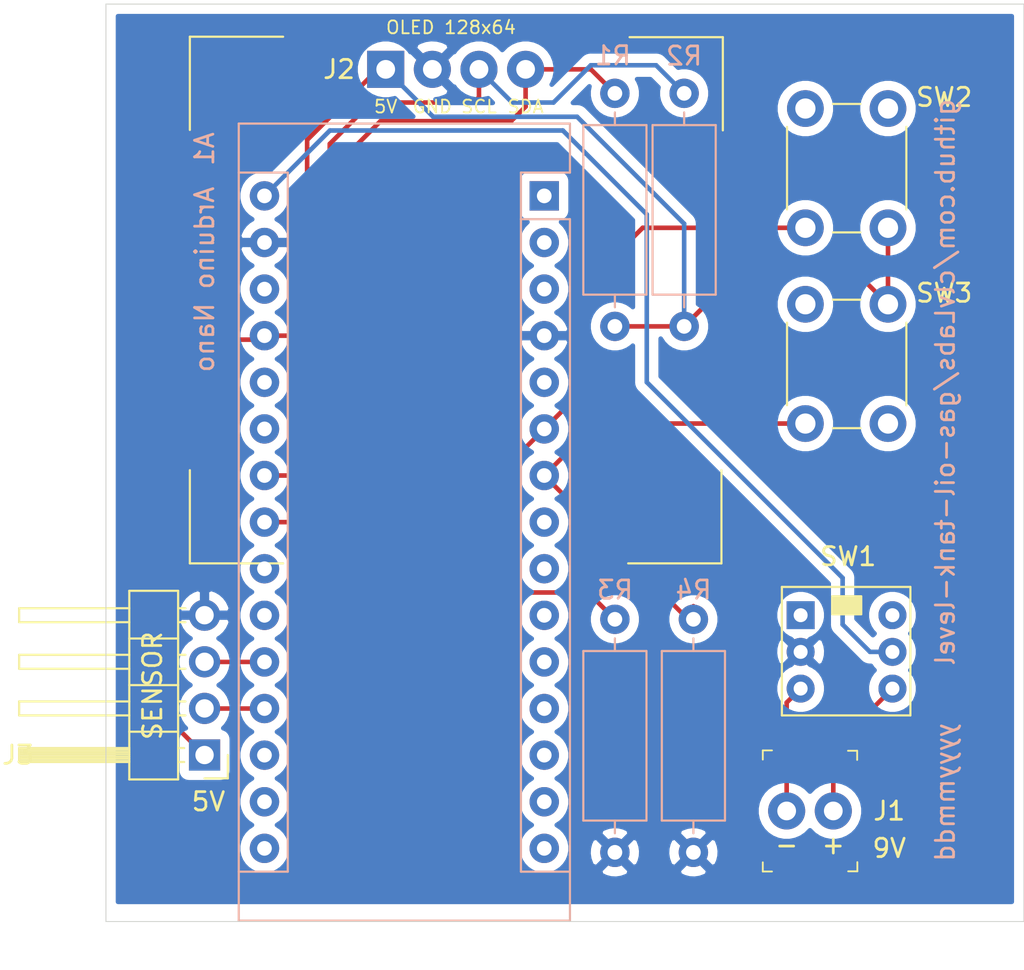
<source format=kicad_pcb>
(kicad_pcb (version 20171130) (host pcbnew 5.1.7-a382d34a8~88~ubuntu18.04.1)

  (general
    (thickness 1.6)
    (drawings 18)
    (tracks 75)
    (zones 0)
    (modules 11)
    (nets 34)
  )

  (page A4)
  (layers
    (0 F.Cu signal)
    (31 B.Cu signal)
    (32 B.Adhes user)
    (33 F.Adhes user)
    (34 B.Paste user)
    (35 F.Paste user)
    (36 B.SilkS user)
    (37 F.SilkS user)
    (38 B.Mask user)
    (39 F.Mask user)
    (40 Dwgs.User user)
    (41 Cmts.User user)
    (42 Eco1.User user hide)
    (43 Eco2.User user)
    (44 Edge.Cuts user)
    (45 Margin user)
    (46 B.CrtYd user)
    (47 F.CrtYd user)
    (48 B.Fab user hide)
    (49 F.Fab user hide)
  )

  (setup
    (last_trace_width 0.25)
    (trace_clearance 0.2)
    (zone_clearance 0.508)
    (zone_45_only no)
    (trace_min 0.2)
    (via_size 0.8)
    (via_drill 0.4)
    (via_min_size 0.4)
    (via_min_drill 0.3)
    (uvia_size 0.3)
    (uvia_drill 0.1)
    (uvias_allowed no)
    (uvia_min_size 0.2)
    (uvia_min_drill 0.1)
    (edge_width 0.05)
    (segment_width 0.2)
    (pcb_text_width 0.3)
    (pcb_text_size 1.5 1.5)
    (mod_edge_width 0.12)
    (mod_text_size 1 1)
    (mod_text_width 0.15)
    (pad_size 1.524 1.524)
    (pad_drill 0.762)
    (pad_to_mask_clearance 0.051)
    (solder_mask_min_width 0.25)
    (aux_axis_origin 0 0)
    (visible_elements FFFFFF7F)
    (pcbplotparams
      (layerselection 0x010fc_ffffffff)
      (usegerberextensions false)
      (usegerberattributes false)
      (usegerberadvancedattributes false)
      (creategerberjobfile false)
      (excludeedgelayer true)
      (linewidth 0.100000)
      (plotframeref false)
      (viasonmask false)
      (mode 1)
      (useauxorigin false)
      (hpglpennumber 1)
      (hpglpenspeed 20)
      (hpglpendiameter 15.000000)
      (psnegative false)
      (psa4output false)
      (plotreference true)
      (plotvalue true)
      (plotinvisibletext false)
      (padsonsilk false)
      (subtractmaskfromsilk false)
      (outputformat 1)
      (mirror false)
      (drillshape 1)
      (scaleselection 1)
      (outputdirectory ""))
  )

  (net 0 "")
  (net 1 "Net-(A1-Pad1)")
  (net 2 "Net-(A1-Pad17)")
  (net 3 "Net-(A1-Pad2)")
  (net 4 "Net-(A1-Pad18)")
  (net 5 "Net-(A1-Pad3)")
  (net 6 GND)
  (net 7 "Net-(A1-Pad5)")
  (net 8 "Net-(A1-Pad21)")
  (net 9 "Net-(A1-Pad22)")
  (net 10 I2C_SDA)
  (net 11 "Net-(A1-Pad8)")
  (net 12 I2C_SCL)
  (net 13 "Net-(A1-Pad9)")
  (net 14 "Net-(A1-Pad25)")
  (net 15 "Net-(A1-Pad10)")
  (net 16 "Net-(A1-Pad26)")
  (net 17 "Net-(A1-Pad11)")
  (net 18 +5V)
  (net 19 "Net-(A1-Pad12)")
  (net 20 "Net-(A1-Pad28)")
  (net 21 "Net-(A1-Pad13)")
  (net 22 "Net-(A1-Pad14)")
  (net 23 VIN)
  (net 24 "Net-(A1-Pad15)")
  (net 25 "Net-(A1-Pad16)")
  (net 26 PING_TRIGGER_PIN)
  (net 27 PING_ECHO_PIN)
  (net 28 BUTTON_UP_PIN)
  (net 29 BUTTON_DOWN_PIN)
  (net 30 "Net-(SW1-Pad4)")
  (net 31 "Net-(SW1-Pad1)")
  (net 32 BATT_VIN)
  (net 33 BATT_GND)

  (net_class Default "This is the default net class."
    (clearance 0.2)
    (trace_width 0.25)
    (via_dia 0.8)
    (via_drill 0.4)
    (uvia_dia 0.3)
    (uvia_drill 0.1)
    (add_net +5V)
    (add_net BATT_GND)
    (add_net BATT_VIN)
    (add_net BUTTON_DOWN_PIN)
    (add_net BUTTON_UP_PIN)
    (add_net GND)
    (add_net I2C_SCL)
    (add_net I2C_SDA)
    (add_net "Net-(A1-Pad1)")
    (add_net "Net-(A1-Pad10)")
    (add_net "Net-(A1-Pad11)")
    (add_net "Net-(A1-Pad12)")
    (add_net "Net-(A1-Pad13)")
    (add_net "Net-(A1-Pad14)")
    (add_net "Net-(A1-Pad15)")
    (add_net "Net-(A1-Pad16)")
    (add_net "Net-(A1-Pad17)")
    (add_net "Net-(A1-Pad18)")
    (add_net "Net-(A1-Pad2)")
    (add_net "Net-(A1-Pad21)")
    (add_net "Net-(A1-Pad22)")
    (add_net "Net-(A1-Pad25)")
    (add_net "Net-(A1-Pad26)")
    (add_net "Net-(A1-Pad28)")
    (add_net "Net-(A1-Pad3)")
    (add_net "Net-(A1-Pad5)")
    (add_net "Net-(A1-Pad8)")
    (add_net "Net-(A1-Pad9)")
    (add_net "Net-(SW1-Pad1)")
    (add_net "Net-(SW1-Pad4)")
    (add_net PING_ECHO_PIN)
    (add_net PING_TRIGGER_PIN)
    (add_net VIN)
  )

  (module clvlabs:OLED_128X64 (layer F.Cu) (tedit 6004BCDC) (tstamp 5F8B9702)
    (at 65.027582 54.071361)
    (descr http://www.molex.com/pdm_docs/sd/022232031_sd.pdf)
    (path /5E33B2BA)
    (fp_text reference J2 (at -2.54 0) (layer F.SilkS)
      (effects (font (size 1 1) (thickness 0.15)))
    )
    (fp_text value Conn_01x04_Female (at 17.776603 2.509441) (layer F.Fab)
      (effects (font (size 1 1) (thickness 0.15)))
    )
    (fp_line (start 13.208 26.924) (end 18.288 26.924) (layer F.SilkS) (width 0.12))
    (fp_line (start 18.288 26.924) (end 18.288 21.844) (layer F.SilkS) (width 0.12))
    (fp_line (start -10.668 21.844) (end -10.668 26.924) (layer F.SilkS) (width 0.12))
    (fp_line (start -10.668 26.924) (end -5.588 26.924) (layer F.SilkS) (width 0.12))
    (fp_line (start 13.284 -1.754) (end 18.364 -1.754) (layer F.SilkS) (width 0.12))
    (fp_line (start 18.364 -1.754) (end 18.364 3.326) (layer F.SilkS) (width 0.12))
    (fp_line (start -5.588 -1.778) (end -10.668 -1.778) (layer F.SilkS) (width 0.12))
    (fp_line (start -10.668 -1.778) (end -10.668 3.302) (layer F.SilkS) (width 0.12))
    (fp_text user "OLED 128x64" (at 3.556 -2.286) (layer F.SilkS)
      (effects (font (size 0.7 0.7) (thickness 0.1)))
    )
    (fp_text user SDA (at 7.62 2.032) (layer F.SilkS)
      (effects (font (size 0.7 0.7) (thickness 0.1)))
    )
    (fp_text user SCL (at 5.08 2.032) (layer F.SilkS)
      (effects (font (size 0.7 0.7) (thickness 0.1)))
    )
    (fp_text user GND (at 2.54 2.032) (layer F.SilkS)
      (effects (font (size 0.7 0.7) (thickness 0.1)))
    )
    (fp_text user 5V (at 0 2.032) (layer F.SilkS)
      (effects (font (size 0.7 0.7) (thickness 0.1)))
    )
    (fp_text user %R (at 4.17 0) (layer F.Fab)
      (effects (font (size 1 1) (thickness 0.15)))
    )
    (pad 1 thru_hole rect (at 0 0) (size 2.02 2.02) (drill 1.02) (layers *.Cu *.Mask)
      (net 18 +5V))
    (pad 2 thru_hole circle (at 2.54 0) (size 2.02 2.02) (drill 1.02) (layers *.Cu *.Mask)
      (net 6 GND))
    (pad 3 thru_hole circle (at 5.08 0) (size 2.02 2.02) (drill 1.02) (layers *.Cu *.Mask)
      (net 12 I2C_SCL))
    (pad 4 thru_hole circle (at 7.62 0) (size 2.02 2.02) (drill 1.02) (layers *.Cu *.Mask)
      (net 10 I2C_SDA))
    (model "$(CLVLABS3DMOD)/display/oled-128x64.STEP"
      (offset (xyz 3.9 1.5 2.5))
      (scale (xyz 1 1 1))
      (rotate (xyz -90 0 0))
    )
  )

  (module clvlabs:Switch_DPDT_7x7mm (layer F.Cu) (tedit 5FFE41B2) (tstamp 5F8A5850)
    (at 87.63 83.82122)
    (path /5F8B160C)
    (fp_text reference SW1 (at 2.587011 -3.198949) (layer F.SilkS)
      (effects (font (size 1 1) (thickness 0.15)))
    )
    (fp_text value SW_Push_DPDT (at 2.74 6.84) (layer F.Fab)
      (effects (font (size 1 1) (thickness 0.15)))
    )
    (fp_line (start -1.022191 -1.541298) (end 5.977809 -1.541298) (layer F.SilkS) (width 0.12))
    (fp_line (start 5.977809 -1.541298) (end 5.977809 5.458702) (layer F.SilkS) (width 0.12))
    (fp_line (start 5.977809 5.458702) (end -1.022191 5.458702) (layer F.SilkS) (width 0.12))
    (fp_line (start -1.022191 5.458702) (end -1.022191 -1.541298) (layer F.SilkS) (width 0.12))
    (fp_poly (pts (xy 3.3093 -0.04122) (xy 1.7093 -0.04122) (xy 1.7093 -1.04122) (xy 3.3093 -1.04122)) (layer F.SilkS) (width 0.1))
    (pad 6 thru_hole circle (at 5 3.99878) (size 1.524 1.524) (drill 0.762) (layers *.Cu *.Mask)
      (net 32 BATT_VIN))
    (pad 5 thru_hole circle (at 5 1.99878) (size 1.524 1.524) (drill 0.762) (layers *.Cu *.Mask)
      (net 23 VIN))
    (pad 4 thru_hole circle (at 5 -0.00122) (size 1.524 1.524) (drill 0.762) (layers *.Cu *.Mask)
      (net 30 "Net-(SW1-Pad4)"))
    (pad 3 thru_hole circle (at -0.0007 3.99878) (size 1.524 1.524) (drill 0.762) (layers *.Cu *.Mask)
      (net 33 BATT_GND))
    (pad 2 thru_hole circle (at -0.0007 1.99878) (size 1.524 1.524) (drill 0.762) (layers *.Cu *.Mask)
      (net 6 GND))
    (pad 1 thru_hole rect (at -0.0007 -0.00122) (size 1.524 1.524) (drill 0.762) (layers *.Cu *.Mask)
      (net 31 "Net-(SW1-Pad1)"))
    (model "$(CLVLABS3DMOD)/switches/switch-dpdt-7x7mm.STEP"
      (at (xyz 0 0 0))
      (scale (xyz 1 1 1))
      (rotate (xyz 0 0 0))
    )
  )

  (module Module:Arduino_Nano (layer B.Cu) (tedit 5FFB7A9E) (tstamp 5F8C3962)
    (at 73.663582 60.967361 180)
    (descr "Arduino Nano, http://www.mouser.com/pdfdocs/Gravitech_Arduino_Nano3_0.pdf")
    (tags "Arduino Nano")
    (path /5E332F7B)
    (fp_text reference A1 (at 18.504 2.554722 270) (layer B.SilkS)
      (effects (font (size 1 1) (thickness 0.15)) (justify mirror))
    )
    (fp_text value Arduino_Nano_v3.x (at 8.89 -19.05 90) (layer B.Fab)
      (effects (font (size 1 1) (thickness 0.15)) (justify mirror))
    )
    (fp_line (start 16.75 -42.16) (end -1.53 -42.16) (layer B.CrtYd) (width 0.05))
    (fp_line (start 16.75 -42.16) (end 16.75 4.06) (layer B.CrtYd) (width 0.05))
    (fp_line (start -1.53 4.06) (end -1.53 -42.16) (layer B.CrtYd) (width 0.05))
    (fp_line (start -1.53 4.06) (end 16.75 4.06) (layer B.CrtYd) (width 0.05))
    (fp_line (start 16.51 3.81) (end 16.51 -39.37) (layer B.Fab) (width 0.1))
    (fp_line (start 0 3.81) (end 16.51 3.81) (layer B.Fab) (width 0.1))
    (fp_line (start -1.27 2.54) (end 0 3.81) (layer B.Fab) (width 0.1))
    (fp_line (start -1.27 -39.37) (end -1.27 2.54) (layer B.Fab) (width 0.1))
    (fp_line (start 16.51 -39.37) (end -1.27 -39.37) (layer B.Fab) (width 0.1))
    (fp_line (start 16.64 3.94) (end -1.4 3.94) (layer B.SilkS) (width 0.12))
    (fp_line (start 16.64 -39.5) (end 16.64 3.94) (layer B.SilkS) (width 0.12))
    (fp_line (start -1.4 -39.5) (end 16.64 -39.5) (layer B.SilkS) (width 0.12))
    (fp_line (start 3.81 -41.91) (end 3.81 -31.75) (layer B.Fab) (width 0.1))
    (fp_line (start 11.43 -41.91) (end 3.81 -41.91) (layer B.Fab) (width 0.1))
    (fp_line (start 11.43 -31.75) (end 11.43 -41.91) (layer B.Fab) (width 0.1))
    (fp_line (start 3.81 -31.75) (end 11.43 -31.75) (layer B.Fab) (width 0.1))
    (fp_line (start 1.27 -36.83) (end -1.4 -36.83) (layer B.SilkS) (width 0.12))
    (fp_line (start 1.27 -1.27) (end 1.27 -36.83) (layer B.SilkS) (width 0.12))
    (fp_line (start 1.27 -1.27) (end -1.4 -1.27) (layer B.SilkS) (width 0.12))
    (fp_line (start 13.97 -36.83) (end 16.64 -36.83) (layer B.SilkS) (width 0.12))
    (fp_line (start 13.97 1.27) (end 13.97 -36.83) (layer B.SilkS) (width 0.12))
    (fp_line (start 13.97 1.27) (end 16.64 1.27) (layer B.SilkS) (width 0.12))
    (fp_line (start -1.4 3.94) (end -1.4 1.27) (layer B.SilkS) (width 0.12))
    (fp_line (start -1.4 -1.27) (end -1.4 -39.5) (layer B.SilkS) (width 0.12))
    (fp_line (start 1.27 1.27) (end -1.4 1.27) (layer B.SilkS) (width 0.12))
    (fp_line (start 1.27 -1.27) (end 1.27 1.27) (layer B.SilkS) (width 0.12))
    (fp_text user %R (at 6.35 -19.05 90) (layer B.Fab)
      (effects (font (size 1 1) (thickness 0.15)) (justify mirror))
    )
    (pad 16 thru_hole oval (at 15.24 -35.56 180) (size 1.6 1.6) (drill 0.8) (layers *.Cu *.Mask)
      (net 25 "Net-(A1-Pad16)"))
    (pad 15 thru_hole oval (at 0 -35.56 180) (size 1.6 1.6) (drill 0.8) (layers *.Cu *.Mask)
      (net 24 "Net-(A1-Pad15)"))
    (pad 30 thru_hole oval (at 15.24 0 180) (size 1.6 1.6) (drill 0.8) (layers *.Cu *.Mask)
      (net 23 VIN))
    (pad 14 thru_hole oval (at 0 -33.02 180) (size 1.6 1.6) (drill 0.8) (layers *.Cu *.Mask)
      (net 22 "Net-(A1-Pad14)"))
    (pad 29 thru_hole oval (at 15.24 -2.54 180) (size 1.6 1.6) (drill 0.8) (layers *.Cu *.Mask)
      (net 6 GND))
    (pad 13 thru_hole oval (at 0 -30.48 180) (size 1.6 1.6) (drill 0.8) (layers *.Cu *.Mask)
      (net 21 "Net-(A1-Pad13)"))
    (pad 28 thru_hole oval (at 15.24 -5.08 180) (size 1.6 1.6) (drill 0.8) (layers *.Cu *.Mask)
      (net 20 "Net-(A1-Pad28)"))
    (pad 12 thru_hole oval (at 0 -27.94 180) (size 1.6 1.6) (drill 0.8) (layers *.Cu *.Mask)
      (net 19 "Net-(A1-Pad12)"))
    (pad 27 thru_hole oval (at 15.24 -7.62 180) (size 1.6 1.6) (drill 0.8) (layers *.Cu *.Mask)
      (net 18 +5V))
    (pad 11 thru_hole oval (at 0 -25.4 180) (size 1.6 1.6) (drill 0.8) (layers *.Cu *.Mask)
      (net 17 "Net-(A1-Pad11)"))
    (pad 26 thru_hole oval (at 15.24 -10.16 180) (size 1.6 1.6) (drill 0.8) (layers *.Cu *.Mask)
      (net 16 "Net-(A1-Pad26)"))
    (pad 10 thru_hole oval (at 0 -22.86 180) (size 1.6 1.6) (drill 0.8) (layers *.Cu *.Mask)
      (net 15 "Net-(A1-Pad10)"))
    (pad 25 thru_hole oval (at 15.24 -12.7 180) (size 1.6 1.6) (drill 0.8) (layers *.Cu *.Mask)
      (net 14 "Net-(A1-Pad25)"))
    (pad 9 thru_hole oval (at 0 -20.32 180) (size 1.6 1.6) (drill 0.8) (layers *.Cu *.Mask)
      (net 13 "Net-(A1-Pad9)"))
    (pad 24 thru_hole oval (at 15.24 -15.24 180) (size 1.6 1.6) (drill 0.8) (layers *.Cu *.Mask)
      (net 12 I2C_SCL))
    (pad 8 thru_hole oval (at 0 -17.78 180) (size 1.6 1.6) (drill 0.8) (layers *.Cu *.Mask)
      (net 11 "Net-(A1-Pad8)"))
    (pad 23 thru_hole oval (at 15.24 -17.78 180) (size 1.6 1.6) (drill 0.8) (layers *.Cu *.Mask)
      (net 10 I2C_SDA))
    (pad 7 thru_hole oval (at 0 -15.24 180) (size 1.6 1.6) (drill 0.8) (layers *.Cu *.Mask)
      (net 29 BUTTON_DOWN_PIN))
    (pad 22 thru_hole oval (at 15.24 -20.32 180) (size 1.6 1.6) (drill 0.8) (layers *.Cu *.Mask)
      (net 9 "Net-(A1-Pad22)"))
    (pad 6 thru_hole oval (at 0 -12.7 180) (size 1.6 1.6) (drill 0.8) (layers *.Cu *.Mask)
      (net 28 BUTTON_UP_PIN))
    (pad 21 thru_hole oval (at 15.24 -22.86 180) (size 1.6 1.6) (drill 0.8) (layers *.Cu *.Mask)
      (net 8 "Net-(A1-Pad21)"))
    (pad 5 thru_hole oval (at 0 -10.16 180) (size 1.6 1.6) (drill 0.8) (layers *.Cu *.Mask)
      (net 7 "Net-(A1-Pad5)"))
    (pad 20 thru_hole oval (at 15.24 -25.4 180) (size 1.6 1.6) (drill 0.8) (layers *.Cu *.Mask)
      (net 27 PING_ECHO_PIN))
    (pad 4 thru_hole oval (at 0 -7.62 180) (size 1.6 1.6) (drill 0.8) (layers *.Cu *.Mask)
      (net 6 GND))
    (pad 19 thru_hole oval (at 15.24 -27.94 180) (size 1.6 1.6) (drill 0.8) (layers *.Cu *.Mask)
      (net 26 PING_TRIGGER_PIN))
    (pad 3 thru_hole oval (at 0 -5.08 180) (size 1.6 1.6) (drill 0.8) (layers *.Cu *.Mask)
      (net 5 "Net-(A1-Pad3)"))
    (pad 18 thru_hole oval (at 15.24 -30.48 180) (size 1.6 1.6) (drill 0.8) (layers *.Cu *.Mask)
      (net 4 "Net-(A1-Pad18)"))
    (pad 2 thru_hole oval (at 0 -2.54 180) (size 1.6 1.6) (drill 0.8) (layers *.Cu *.Mask)
      (net 3 "Net-(A1-Pad2)"))
    (pad 17 thru_hole oval (at 15.24 -33.02 180) (size 1.6 1.6) (drill 0.8) (layers *.Cu *.Mask)
      (net 2 "Net-(A1-Pad17)"))
    (pad 1 thru_hole rect (at 0 0 180) (size 1.6 1.6) (drill 0.8) (layers *.Cu *.Mask)
      (net 1 "Net-(A1-Pad1)"))
    (model ${CLVLABS3DMOD}/sbc/arduino-nano.STEP
      (offset (xyz 0 0 2.6))
      (scale (xyz 1 1 1))
      (rotate (xyz -90 0 90))
    )
  )

  (module Connector_PinHeader_2.54mm:PinHeader_1x04_P2.54mm_Horizontal (layer F.Cu) (tedit 59FED5CB) (tstamp 5F8AAB8C)
    (at 55.159582 91.44 180)
    (descr "Through hole angled pin header, 1x04, 2.54mm pitch, 6mm pin length, single row")
    (tags "Through hole angled pin header THT 1x04 2.54mm single row")
    (path /5F8ED365)
    (fp_text reference J3 (at 10.16 0 180) (layer F.SilkS)
      (effects (font (size 1 1) (thickness 0.15)))
    )
    (fp_text value Conn_01x04_Female (at 4.08 4.52) (layer F.Fab)
      (effects (font (size 1 1) (thickness 0.15)))
    )
    (fp_line (start 10.55 -1.8) (end -1.8 -1.8) (layer F.CrtYd) (width 0.05))
    (fp_line (start 10.55 9.4) (end 10.55 -1.8) (layer F.CrtYd) (width 0.05))
    (fp_line (start -1.8 9.4) (end 10.55 9.4) (layer F.CrtYd) (width 0.05))
    (fp_line (start -1.8 -1.8) (end -1.8 9.4) (layer F.CrtYd) (width 0.05))
    (fp_line (start -1.27 -1.27) (end 0 -1.27) (layer F.SilkS) (width 0.12))
    (fp_line (start -1.27 0) (end -1.27 -1.27) (layer F.SilkS) (width 0.12))
    (fp_line (start 1.042929 8) (end 1.44 8) (layer F.SilkS) (width 0.12))
    (fp_line (start 1.042929 7.24) (end 1.44 7.24) (layer F.SilkS) (width 0.12))
    (fp_line (start 10.1 8) (end 4.1 8) (layer F.SilkS) (width 0.12))
    (fp_line (start 10.1 7.24) (end 10.1 8) (layer F.SilkS) (width 0.12))
    (fp_line (start 4.1 7.24) (end 10.1 7.24) (layer F.SilkS) (width 0.12))
    (fp_line (start 1.44 6.35) (end 4.1 6.35) (layer F.SilkS) (width 0.12))
    (fp_line (start 1.042929 5.46) (end 1.44 5.46) (layer F.SilkS) (width 0.12))
    (fp_line (start 1.042929 4.7) (end 1.44 4.7) (layer F.SilkS) (width 0.12))
    (fp_line (start 10.1 5.46) (end 4.1 5.46) (layer F.SilkS) (width 0.12))
    (fp_line (start 10.1 4.7) (end 10.1 5.46) (layer F.SilkS) (width 0.12))
    (fp_line (start 4.1 4.7) (end 10.1 4.7) (layer F.SilkS) (width 0.12))
    (fp_line (start 1.44 3.81) (end 4.1 3.81) (layer F.SilkS) (width 0.12))
    (fp_line (start 1.042929 2.92) (end 1.44 2.92) (layer F.SilkS) (width 0.12))
    (fp_line (start 1.042929 2.16) (end 1.44 2.16) (layer F.SilkS) (width 0.12))
    (fp_line (start 10.1 2.92) (end 4.1 2.92) (layer F.SilkS) (width 0.12))
    (fp_line (start 10.1 2.16) (end 10.1 2.92) (layer F.SilkS) (width 0.12))
    (fp_line (start 4.1 2.16) (end 10.1 2.16) (layer F.SilkS) (width 0.12))
    (fp_line (start 1.44 1.27) (end 4.1 1.27) (layer F.SilkS) (width 0.12))
    (fp_line (start 1.11 0.38) (end 1.44 0.38) (layer F.SilkS) (width 0.12))
    (fp_line (start 1.11 -0.38) (end 1.44 -0.38) (layer F.SilkS) (width 0.12))
    (fp_line (start 4.1 0.28) (end 10.1 0.28) (layer F.SilkS) (width 0.12))
    (fp_line (start 4.1 0.16) (end 10.1 0.16) (layer F.SilkS) (width 0.12))
    (fp_line (start 4.1 0.04) (end 10.1 0.04) (layer F.SilkS) (width 0.12))
    (fp_line (start 4.1 -0.08) (end 10.1 -0.08) (layer F.SilkS) (width 0.12))
    (fp_line (start 4.1 -0.2) (end 10.1 -0.2) (layer F.SilkS) (width 0.12))
    (fp_line (start 4.1 -0.32) (end 10.1 -0.32) (layer F.SilkS) (width 0.12))
    (fp_line (start 10.1 0.38) (end 4.1 0.38) (layer F.SilkS) (width 0.12))
    (fp_line (start 10.1 -0.38) (end 10.1 0.38) (layer F.SilkS) (width 0.12))
    (fp_line (start 4.1 -0.38) (end 10.1 -0.38) (layer F.SilkS) (width 0.12))
    (fp_line (start 4.1 -1.33) (end 1.44 -1.33) (layer F.SilkS) (width 0.12))
    (fp_line (start 4.1 8.95) (end 4.1 -1.33) (layer F.SilkS) (width 0.12))
    (fp_line (start 1.44 8.95) (end 4.1 8.95) (layer F.SilkS) (width 0.12))
    (fp_line (start 1.44 -1.33) (end 1.44 8.95) (layer F.SilkS) (width 0.12))
    (fp_line (start 4.04 7.94) (end 10.04 7.94) (layer F.Fab) (width 0.1))
    (fp_line (start 10.04 7.3) (end 10.04 7.94) (layer F.Fab) (width 0.1))
    (fp_line (start 4.04 7.3) (end 10.04 7.3) (layer F.Fab) (width 0.1))
    (fp_line (start -0.32 7.94) (end 1.5 7.94) (layer F.Fab) (width 0.1))
    (fp_line (start -0.32 7.3) (end -0.32 7.94) (layer F.Fab) (width 0.1))
    (fp_line (start -0.32 7.3) (end 1.5 7.3) (layer F.Fab) (width 0.1))
    (fp_line (start 4.04 5.4) (end 10.04 5.4) (layer F.Fab) (width 0.1))
    (fp_line (start 10.04 4.76) (end 10.04 5.4) (layer F.Fab) (width 0.1))
    (fp_line (start 4.04 4.76) (end 10.04 4.76) (layer F.Fab) (width 0.1))
    (fp_line (start -0.32 5.4) (end 1.5 5.4) (layer F.Fab) (width 0.1))
    (fp_line (start -0.32 4.76) (end -0.32 5.4) (layer F.Fab) (width 0.1))
    (fp_line (start -0.32 4.76) (end 1.5 4.76) (layer F.Fab) (width 0.1))
    (fp_line (start 4.04 2.86) (end 10.04 2.86) (layer F.Fab) (width 0.1))
    (fp_line (start 10.04 2.22) (end 10.04 2.86) (layer F.Fab) (width 0.1))
    (fp_line (start 4.04 2.22) (end 10.04 2.22) (layer F.Fab) (width 0.1))
    (fp_line (start -0.32 2.86) (end 1.5 2.86) (layer F.Fab) (width 0.1))
    (fp_line (start -0.32 2.22) (end -0.32 2.86) (layer F.Fab) (width 0.1))
    (fp_line (start -0.32 2.22) (end 1.5 2.22) (layer F.Fab) (width 0.1))
    (fp_line (start 4.04 0.32) (end 10.04 0.32) (layer F.Fab) (width 0.1))
    (fp_line (start 10.04 -0.32) (end 10.04 0.32) (layer F.Fab) (width 0.1))
    (fp_line (start 4.04 -0.32) (end 10.04 -0.32) (layer F.Fab) (width 0.1))
    (fp_line (start -0.32 0.32) (end 1.5 0.32) (layer F.Fab) (width 0.1))
    (fp_line (start -0.32 -0.32) (end -0.32 0.32) (layer F.Fab) (width 0.1))
    (fp_line (start -0.32 -0.32) (end 1.5 -0.32) (layer F.Fab) (width 0.1))
    (fp_line (start 1.5 -0.635) (end 2.135 -1.27) (layer F.Fab) (width 0.1))
    (fp_line (start 1.5 8.89) (end 1.5 -0.635) (layer F.Fab) (width 0.1))
    (fp_line (start 4.04 8.89) (end 1.5 8.89) (layer F.Fab) (width 0.1))
    (fp_line (start 4.04 -1.27) (end 4.04 8.89) (layer F.Fab) (width 0.1))
    (fp_line (start 2.135 -1.27) (end 4.04 -1.27) (layer F.Fab) (width 0.1))
    (fp_text user %R (at 4.17 0) (layer F.Fab)
      (effects (font (size 1 1) (thickness 0.15)))
    )
    (pad 4 thru_hole oval (at 0 7.62 180) (size 1.7 1.7) (drill 1) (layers *.Cu *.Mask)
      (net 6 GND))
    (pad 3 thru_hole oval (at 0 5.08 180) (size 1.7 1.7) (drill 1) (layers *.Cu *.Mask)
      (net 27 PING_ECHO_PIN))
    (pad 2 thru_hole oval (at 0 2.54 180) (size 1.7 1.7) (drill 1) (layers *.Cu *.Mask)
      (net 26 PING_TRIGGER_PIN))
    (pad 1 thru_hole rect (at 0 0 180) (size 1.7 1.7) (drill 1) (layers *.Cu *.Mask)
      (net 18 +5V))
    (model ${KISYS3DMOD}/Connector_PinHeader_2.54mm.3dshapes/PinHeader_1x04_P2.54mm_Horizontal.wrl
      (at (xyz 0 0 0))
      (scale (xyz 1 1 1))
      (rotate (xyz 0 0 0))
    )
  )

  (module digikey-footprints:PinHeader_1x2_P2.54mm_Drill1.02mm (layer F.Cu) (tedit 5A4BC55F) (tstamp 5E336E8E)
    (at 86.868 94.488)
    (descr http://www.molex.com/pdm_docs/sd/022232031_sd.pdf)
    (path /5E346DE0)
    (fp_text reference J1 (at 5.588 0) (layer F.SilkS)
      (effects (font (size 1 1) (thickness 0.15)))
    )
    (fp_text value Conn_01x02_Female (at 11.176 4.572) (layer F.Fab)
      (effects (font (size 1 1) (thickness 0.15)))
    )
    (fp_line (start 3.98 3.42) (end -1.45 3.42) (layer F.CrtYd) (width 0.05))
    (fp_line (start -1.45 -3.42) (end -1.45 3.42) (layer F.CrtYd) (width 0.05))
    (fp_line (start 3.98 -3.42) (end 3.98 3.42) (layer F.CrtYd) (width 0.05))
    (fp_line (start 3.98 -3.42) (end -1.45 -3.42) (layer F.CrtYd) (width 0.05))
    (fp_line (start 3.84 -3.28) (end 3.84 -2.78) (layer F.SilkS) (width 0.1))
    (fp_line (start 3.84 -3.28) (end 3.34 -3.28) (layer F.SilkS) (width 0.1))
    (fp_line (start -1.3 -3.3) (end -1.3 -2.8) (layer F.SilkS) (width 0.1))
    (fp_line (start -1.3 -3.3) (end -0.8 -3.3) (layer F.SilkS) (width 0.1))
    (fp_line (start -1.3 3.3) (end -1.3 2.8) (layer F.SilkS) (width 0.1))
    (fp_line (start -1.3 3.3) (end -0.8 3.3) (layer F.SilkS) (width 0.1))
    (fp_line (start 3.85 3.29) (end 3.85 2.79) (layer F.SilkS) (width 0.1))
    (fp_line (start 3.85 3.29) (end 3.35 3.29) (layer F.SilkS) (width 0.1))
    (fp_line (start -1.2 3.17) (end 3.73 3.17) (layer F.Fab) (width 0.1))
    (fp_line (start 3.73 -3.17) (end 3.73 3.17) (layer F.Fab) (width 0.1))
    (fp_line (start -1.2 -3.17) (end -1.2 3.17) (layer F.Fab) (width 0.1))
    (fp_line (start -1.2 -3.17) (end 3.73 -3.17) (layer F.Fab) (width 0.1))
    (fp_text user %R (at 1.25 0.03) (layer F.Fab)
      (effects (font (size 1 1) (thickness 0.15)))
    )
    (pad 2 thru_hole circle (at 2.54 0) (size 2.02 2.02) (drill 1.02) (layers *.Cu *.Mask)
      (net 32 BATT_VIN))
    (pad 1 thru_hole circle (at 0 0) (size 2.02 2.02) (drill 1.02) (layers *.Cu *.Mask)
      (net 33 BATT_GND))
  )

  (module Button_Switch_THT:SW_PUSH_6mm_H7.3mm (layer F.Cu) (tedit 5A02FE31) (tstamp 5F8AC5DA)
    (at 87.887582 73.375361 90)
    (descr "tactile push button, 6x6mm e.g. PHAP33xx series, height=7.3mm")
    (tags "tact sw push 6mm")
    (path /5F8ADE5D)
    (fp_text reference SW3 (at 7.115044 7.561307 180) (layer F.SilkS)
      (effects (font (size 1 1) (thickness 0.15)))
    )
    (fp_text value SW_Push_45deg (at 4.318 7.366 90) (layer F.Fab)
      (effects (font (size 1 1) (thickness 0.15)))
    )
    (fp_circle (center 3.25 2.25) (end 1.25 2.5) (layer F.Fab) (width 0.1))
    (fp_line (start 6.75 3) (end 6.75 1.5) (layer F.SilkS) (width 0.12))
    (fp_line (start 5.5 -1) (end 1 -1) (layer F.SilkS) (width 0.12))
    (fp_line (start -0.25 1.5) (end -0.25 3) (layer F.SilkS) (width 0.12))
    (fp_line (start 1 5.5) (end 5.5 5.5) (layer F.SilkS) (width 0.12))
    (fp_line (start 8 -1.25) (end 8 5.75) (layer F.CrtYd) (width 0.05))
    (fp_line (start 7.75 6) (end -1.25 6) (layer F.CrtYd) (width 0.05))
    (fp_line (start -1.5 5.75) (end -1.5 -1.25) (layer F.CrtYd) (width 0.05))
    (fp_line (start -1.25 -1.5) (end 7.75 -1.5) (layer F.CrtYd) (width 0.05))
    (fp_line (start -1.5 6) (end -1.25 6) (layer F.CrtYd) (width 0.05))
    (fp_line (start -1.5 5.75) (end -1.5 6) (layer F.CrtYd) (width 0.05))
    (fp_line (start -1.5 -1.5) (end -1.25 -1.5) (layer F.CrtYd) (width 0.05))
    (fp_line (start -1.5 -1.25) (end -1.5 -1.5) (layer F.CrtYd) (width 0.05))
    (fp_line (start 8 -1.5) (end 8 -1.25) (layer F.CrtYd) (width 0.05))
    (fp_line (start 7.75 -1.5) (end 8 -1.5) (layer F.CrtYd) (width 0.05))
    (fp_line (start 8 6) (end 8 5.75) (layer F.CrtYd) (width 0.05))
    (fp_line (start 7.75 6) (end 8 6) (layer F.CrtYd) (width 0.05))
    (fp_line (start 0.25 -0.75) (end 3.25 -0.75) (layer F.Fab) (width 0.1))
    (fp_line (start 0.25 5.25) (end 0.25 -0.75) (layer F.Fab) (width 0.1))
    (fp_line (start 6.25 5.25) (end 0.25 5.25) (layer F.Fab) (width 0.1))
    (fp_line (start 6.25 -0.75) (end 6.25 5.25) (layer F.Fab) (width 0.1))
    (fp_line (start 3.25 -0.75) (end 6.25 -0.75) (layer F.Fab) (width 0.1))
    (fp_text user %R (at 3.25 2.25 90) (layer F.Fab)
      (effects (font (size 1 1) (thickness 0.15)))
    )
    (pad 1 thru_hole circle (at 6.5 0 180) (size 2 2) (drill 1.1) (layers *.Cu *.Mask)
      (net 29 BUTTON_DOWN_PIN))
    (pad 2 thru_hole circle (at 6.5 4.5 180) (size 2 2) (drill 1.1) (layers *.Cu *.Mask)
      (net 18 +5V))
    (pad 1 thru_hole circle (at 0 0 180) (size 2 2) (drill 1.1) (layers *.Cu *.Mask)
      (net 29 BUTTON_DOWN_PIN))
    (pad 2 thru_hole circle (at 0 4.5 180) (size 2 2) (drill 1.1) (layers *.Cu *.Mask)
      (net 18 +5V))
    (model ${KISYS3DMOD}/Button_Switch_THT.3dshapes/SW_PUSH_6mm_H7.3mm.wrl
      (at (xyz 0 0 0))
      (scale (xyz 1 1 1))
      (rotate (xyz 0 0 0))
    )
  )

  (module Button_Switch_THT:SW_PUSH_6mm_H7.3mm (layer F.Cu) (tedit 5A02FE31) (tstamp 5F8AC730)
    (at 87.887582 62.707361 90)
    (descr "tactile push button, 6x6mm e.g. PHAP33xx series, height=7.3mm")
    (tags "tact sw push 6mm")
    (path /5F8D1BAC)
    (fp_text reference SW2 (at 7.115044 7.561307 180) (layer F.SilkS)
      (effects (font (size 1 1) (thickness 0.15)))
    )
    (fp_text value SW_Push_45deg (at 3.81 8.89 90) (layer F.Fab)
      (effects (font (size 1 1) (thickness 0.15)))
    )
    (fp_circle (center 3.25 2.25) (end 1.25 2.5) (layer F.Fab) (width 0.1))
    (fp_line (start 6.75 3) (end 6.75 1.5) (layer F.SilkS) (width 0.12))
    (fp_line (start 5.5 -1) (end 1 -1) (layer F.SilkS) (width 0.12))
    (fp_line (start -0.25 1.5) (end -0.25 3) (layer F.SilkS) (width 0.12))
    (fp_line (start 1 5.5) (end 5.5 5.5) (layer F.SilkS) (width 0.12))
    (fp_line (start 8 -1.25) (end 8 5.75) (layer F.CrtYd) (width 0.05))
    (fp_line (start 7.75 6) (end -1.25 6) (layer F.CrtYd) (width 0.05))
    (fp_line (start -1.5 5.75) (end -1.5 -1.25) (layer F.CrtYd) (width 0.05))
    (fp_line (start -1.25 -1.5) (end 7.75 -1.5) (layer F.CrtYd) (width 0.05))
    (fp_line (start -1.5 6) (end -1.25 6) (layer F.CrtYd) (width 0.05))
    (fp_line (start -1.5 5.75) (end -1.5 6) (layer F.CrtYd) (width 0.05))
    (fp_line (start -1.5 -1.5) (end -1.25 -1.5) (layer F.CrtYd) (width 0.05))
    (fp_line (start -1.5 -1.25) (end -1.5 -1.5) (layer F.CrtYd) (width 0.05))
    (fp_line (start 8 -1.5) (end 8 -1.25) (layer F.CrtYd) (width 0.05))
    (fp_line (start 7.75 -1.5) (end 8 -1.5) (layer F.CrtYd) (width 0.05))
    (fp_line (start 8 6) (end 8 5.75) (layer F.CrtYd) (width 0.05))
    (fp_line (start 7.75 6) (end 8 6) (layer F.CrtYd) (width 0.05))
    (fp_line (start 0.25 -0.75) (end 3.25 -0.75) (layer F.Fab) (width 0.1))
    (fp_line (start 0.25 5.25) (end 0.25 -0.75) (layer F.Fab) (width 0.1))
    (fp_line (start 6.25 5.25) (end 0.25 5.25) (layer F.Fab) (width 0.1))
    (fp_line (start 6.25 -0.75) (end 6.25 5.25) (layer F.Fab) (width 0.1))
    (fp_line (start 3.25 -0.75) (end 6.25 -0.75) (layer F.Fab) (width 0.1))
    (fp_text user %R (at 3.25 2.25 90) (layer F.Fab)
      (effects (font (size 1 1) (thickness 0.15)))
    )
    (pad 1 thru_hole circle (at 6.5 0 180) (size 2 2) (drill 1.1) (layers *.Cu *.Mask)
      (net 28 BUTTON_UP_PIN))
    (pad 2 thru_hole circle (at 6.5 4.5 180) (size 2 2) (drill 1.1) (layers *.Cu *.Mask)
      (net 18 +5V))
    (pad 1 thru_hole circle (at 0 0 180) (size 2 2) (drill 1.1) (layers *.Cu *.Mask)
      (net 28 BUTTON_UP_PIN))
    (pad 2 thru_hole circle (at 0 4.5 180) (size 2 2) (drill 1.1) (layers *.Cu *.Mask)
      (net 18 +5V))
    (model ${KISYS3DMOD}/Button_Switch_THT.3dshapes/SW_PUSH_6mm_H7.3mm.wrl
      (at (xyz 0 0 0))
      (scale (xyz 1 1 1))
      (rotate (xyz 0 0 0))
    )
  )

  (module Resistor_THT:R_Axial_DIN0309_L9.0mm_D3.2mm_P12.70mm_Horizontal (layer B.Cu) (tedit 5AE5139B) (tstamp 5F8AC6A1)
    (at 77.511582 96.743361 90)
    (descr "Resistor, Axial_DIN0309 series, Axial, Horizontal, pin pitch=12.7mm, 0.5W = 1/2W, length*diameter=9*3.2mm^2, http://cdn-reichelt.de/documents/datenblatt/B400/1_4W%23YAG.pdf")
    (tags "Resistor Axial_DIN0309 series Axial Horizontal pin pitch 12.7mm 0.5W = 1/2W length 9mm diameter 3.2mm")
    (path /5F8D1B98)
    (fp_text reference R3 (at 14.300379 0.006743 180) (layer B.SilkS)
      (effects (font (size 1 1) (thickness 0.15)) (justify mirror))
    )
    (fp_text value 10K (at 6.35 -2.72 270) (layer B.Fab)
      (effects (font (size 1 1) (thickness 0.15)) (justify mirror))
    )
    (fp_line (start 13.75 1.85) (end -1.05 1.85) (layer B.CrtYd) (width 0.05))
    (fp_line (start 13.75 -1.85) (end 13.75 1.85) (layer B.CrtYd) (width 0.05))
    (fp_line (start -1.05 -1.85) (end 13.75 -1.85) (layer B.CrtYd) (width 0.05))
    (fp_line (start -1.05 1.85) (end -1.05 -1.85) (layer B.CrtYd) (width 0.05))
    (fp_line (start 11.66 0) (end 10.97 0) (layer B.SilkS) (width 0.12))
    (fp_line (start 1.04 0) (end 1.73 0) (layer B.SilkS) (width 0.12))
    (fp_line (start 10.97 1.72) (end 1.73 1.72) (layer B.SilkS) (width 0.12))
    (fp_line (start 10.97 -1.72) (end 10.97 1.72) (layer B.SilkS) (width 0.12))
    (fp_line (start 1.73 -1.72) (end 10.97 -1.72) (layer B.SilkS) (width 0.12))
    (fp_line (start 1.73 1.72) (end 1.73 -1.72) (layer B.SilkS) (width 0.12))
    (fp_line (start 12.7 0) (end 10.85 0) (layer B.Fab) (width 0.1))
    (fp_line (start 0 0) (end 1.85 0) (layer B.Fab) (width 0.1))
    (fp_line (start 10.85 1.6) (end 1.85 1.6) (layer B.Fab) (width 0.1))
    (fp_line (start 10.85 -1.6) (end 10.85 1.6) (layer B.Fab) (width 0.1))
    (fp_line (start 1.85 -1.6) (end 10.85 -1.6) (layer B.Fab) (width 0.1))
    (fp_line (start 1.85 1.6) (end 1.85 -1.6) (layer B.Fab) (width 0.1))
    (fp_text user %R (at 6.35 0 270) (layer B.Fab)
      (effects (font (size 1 1) (thickness 0.15)) (justify mirror))
    )
    (pad 2 thru_hole oval (at 12.7 0 90) (size 1.6 1.6) (drill 0.8) (layers *.Cu *.Mask)
      (net 28 BUTTON_UP_PIN))
    (pad 1 thru_hole circle (at 0 0 90) (size 1.6 1.6) (drill 0.8) (layers *.Cu *.Mask)
      (net 6 GND))
    (model ${KISYS3DMOD}/Resistor_THT.3dshapes/R_Axial_DIN0309_L9.0mm_D3.2mm_P12.70mm_Horizontal.wrl
      (at (xyz 0 0 0))
      (scale (xyz 1 1 1))
      (rotate (xyz 0 0 0))
    )
  )

  (module Resistor_THT:R_Axial_DIN0309_L9.0mm_D3.2mm_P12.70mm_Horizontal (layer B.Cu) (tedit 5AE5139B) (tstamp 5F8A65B1)
    (at 81.788 96.743361 90)
    (descr "Resistor, Axial_DIN0309 series, Axial, Horizontal, pin pitch=12.7mm, 0.5W = 1/2W, length*diameter=9*3.2mm^2, http://cdn-reichelt.de/documents/datenblatt/B400/1_4W%23YAG.pdf")
    (tags "Resistor Axial_DIN0309 series Axial Horizontal pin pitch 12.7mm 0.5W = 1/2W length 9mm diameter 3.2mm")
    (path /5F8A6408)
    (fp_text reference R4 (at 14.300379 0.006743 180) (layer B.SilkS)
      (effects (font (size 1 1) (thickness 0.15)) (justify mirror))
    )
    (fp_text value 10K (at 6.35 -2.72 270) (layer B.Fab)
      (effects (font (size 1 1) (thickness 0.15)) (justify mirror))
    )
    (fp_line (start 13.75 1.85) (end -1.05 1.85) (layer B.CrtYd) (width 0.05))
    (fp_line (start 13.75 -1.85) (end 13.75 1.85) (layer B.CrtYd) (width 0.05))
    (fp_line (start -1.05 -1.85) (end 13.75 -1.85) (layer B.CrtYd) (width 0.05))
    (fp_line (start -1.05 1.85) (end -1.05 -1.85) (layer B.CrtYd) (width 0.05))
    (fp_line (start 11.66 0) (end 10.97 0) (layer B.SilkS) (width 0.12))
    (fp_line (start 1.04 0) (end 1.73 0) (layer B.SilkS) (width 0.12))
    (fp_line (start 10.97 1.72) (end 1.73 1.72) (layer B.SilkS) (width 0.12))
    (fp_line (start 10.97 -1.72) (end 10.97 1.72) (layer B.SilkS) (width 0.12))
    (fp_line (start 1.73 -1.72) (end 10.97 -1.72) (layer B.SilkS) (width 0.12))
    (fp_line (start 1.73 1.72) (end 1.73 -1.72) (layer B.SilkS) (width 0.12))
    (fp_line (start 12.7 0) (end 10.85 0) (layer B.Fab) (width 0.1))
    (fp_line (start 0 0) (end 1.85 0) (layer B.Fab) (width 0.1))
    (fp_line (start 10.85 1.6) (end 1.85 1.6) (layer B.Fab) (width 0.1))
    (fp_line (start 10.85 -1.6) (end 10.85 1.6) (layer B.Fab) (width 0.1))
    (fp_line (start 1.85 -1.6) (end 10.85 -1.6) (layer B.Fab) (width 0.1))
    (fp_line (start 1.85 1.6) (end 1.85 -1.6) (layer B.Fab) (width 0.1))
    (fp_text user %R (at 6.35 0 270) (layer B.Fab)
      (effects (font (size 1 1) (thickness 0.15)) (justify mirror))
    )
    (pad 2 thru_hole oval (at 12.7 0 90) (size 1.6 1.6) (drill 0.8) (layers *.Cu *.Mask)
      (net 29 BUTTON_DOWN_PIN))
    (pad 1 thru_hole circle (at 0 0 90) (size 1.6 1.6) (drill 0.8) (layers *.Cu *.Mask)
      (net 6 GND))
    (model ${KISYS3DMOD}/Resistor_THT.3dshapes/R_Axial_DIN0309_L9.0mm_D3.2mm_P12.70mm_Horizontal.wrl
      (at (xyz 0 0 0))
      (scale (xyz 1 1 1))
      (rotate (xyz 0 0 0))
    )
  )

  (module Resistor_THT:R_Axial_DIN0309_L9.0mm_D3.2mm_P12.70mm_Horizontal (layer B.Cu) (tedit 5AE5139B) (tstamp 5E3351BB)
    (at 77.511582 68.079361 90)
    (descr "Resistor, Axial_DIN0309 series, Axial, Horizontal, pin pitch=12.7mm, 0.5W = 1/2W, length*diameter=9*3.2mm^2, http://cdn-reichelt.de/documents/datenblatt/B400/1_4W%23YAG.pdf")
    (tags "Resistor Axial_DIN0309 series Axial Horizontal pin pitch 12.7mm 0.5W = 1/2W length 9mm diameter 3.2mm")
    (path /5E338F7A)
    (fp_text reference R1 (at 14.7551 -0.108902 180) (layer B.SilkS)
      (effects (font (size 1 1) (thickness 0.15)) (justify mirror))
    )
    (fp_text value 3.3K (at 6.35 -2.72 270) (layer B.Fab)
      (effects (font (size 1 1) (thickness 0.15)) (justify mirror))
    )
    (fp_line (start 1.85 1.6) (end 1.85 -1.6) (layer B.Fab) (width 0.1))
    (fp_line (start 1.85 -1.6) (end 10.85 -1.6) (layer B.Fab) (width 0.1))
    (fp_line (start 10.85 -1.6) (end 10.85 1.6) (layer B.Fab) (width 0.1))
    (fp_line (start 10.85 1.6) (end 1.85 1.6) (layer B.Fab) (width 0.1))
    (fp_line (start 0 0) (end 1.85 0) (layer B.Fab) (width 0.1))
    (fp_line (start 12.7 0) (end 10.85 0) (layer B.Fab) (width 0.1))
    (fp_line (start 1.73 1.72) (end 1.73 -1.72) (layer B.SilkS) (width 0.12))
    (fp_line (start 1.73 -1.72) (end 10.97 -1.72) (layer B.SilkS) (width 0.12))
    (fp_line (start 10.97 -1.72) (end 10.97 1.72) (layer B.SilkS) (width 0.12))
    (fp_line (start 10.97 1.72) (end 1.73 1.72) (layer B.SilkS) (width 0.12))
    (fp_line (start 1.04 0) (end 1.73 0) (layer B.SilkS) (width 0.12))
    (fp_line (start 11.66 0) (end 10.97 0) (layer B.SilkS) (width 0.12))
    (fp_line (start -1.05 1.85) (end -1.05 -1.85) (layer B.CrtYd) (width 0.05))
    (fp_line (start -1.05 -1.85) (end 13.75 -1.85) (layer B.CrtYd) (width 0.05))
    (fp_line (start 13.75 -1.85) (end 13.75 1.85) (layer B.CrtYd) (width 0.05))
    (fp_line (start 13.75 1.85) (end -1.05 1.85) (layer B.CrtYd) (width 0.05))
    (fp_text user %R (at 6.35 0 270) (layer B.Fab)
      (effects (font (size 1 1) (thickness 0.15)) (justify mirror))
    )
    (pad 1 thru_hole circle (at 0 0 90) (size 1.6 1.6) (drill 0.8) (layers *.Cu *.Mask)
      (net 18 +5V))
    (pad 2 thru_hole oval (at 12.7 0 90) (size 1.6 1.6) (drill 0.8) (layers *.Cu *.Mask)
      (net 10 I2C_SDA))
    (model ${KISYS3DMOD}/Resistor_THT.3dshapes/R_Axial_DIN0309_L9.0mm_D3.2mm_P12.70mm_Horizontal.wrl
      (at (xyz 0 0 0))
      (scale (xyz 1 1 1))
      (rotate (xyz 0 0 0))
    )
  )

  (module Resistor_THT:R_Axial_DIN0309_L9.0mm_D3.2mm_P12.70mm_Horizontal (layer B.Cu) (tedit 5AE5139B) (tstamp 5E3351D2)
    (at 81.283582 68.079361 90)
    (descr "Resistor, Axial_DIN0309 series, Axial, Horizontal, pin pitch=12.7mm, 0.5W = 1/2W, length*diameter=9*3.2mm^2, http://cdn-reichelt.de/documents/datenblatt/B400/1_4W%23YAG.pdf")
    (tags "Resistor Axial_DIN0309 series Axial Horizontal pin pitch 12.7mm 0.5W = 1/2W length 9mm diameter 3.2mm")
    (path /5E339528)
    (fp_text reference R2 (at 14.739361 -0.003582 180) (layer B.SilkS)
      (effects (font (size 1 1) (thickness 0.15)) (justify mirror))
    )
    (fp_text value 3.3K (at 6.096 3.048 270) (layer B.Fab)
      (effects (font (size 1 1) (thickness 0.15)) (justify mirror))
    )
    (fp_line (start 13.75 1.85) (end -1.05 1.85) (layer B.CrtYd) (width 0.05))
    (fp_line (start 13.75 -1.85) (end 13.75 1.85) (layer B.CrtYd) (width 0.05))
    (fp_line (start -1.05 -1.85) (end 13.75 -1.85) (layer B.CrtYd) (width 0.05))
    (fp_line (start -1.05 1.85) (end -1.05 -1.85) (layer B.CrtYd) (width 0.05))
    (fp_line (start 11.66 0) (end 10.97 0) (layer B.SilkS) (width 0.12))
    (fp_line (start 1.04 0) (end 1.73 0) (layer B.SilkS) (width 0.12))
    (fp_line (start 10.97 1.72) (end 1.73 1.72) (layer B.SilkS) (width 0.12))
    (fp_line (start 10.97 -1.72) (end 10.97 1.72) (layer B.SilkS) (width 0.12))
    (fp_line (start 1.73 -1.72) (end 10.97 -1.72) (layer B.SilkS) (width 0.12))
    (fp_line (start 1.73 1.72) (end 1.73 -1.72) (layer B.SilkS) (width 0.12))
    (fp_line (start 12.7 0) (end 10.85 0) (layer B.Fab) (width 0.1))
    (fp_line (start 0 0) (end 1.85 0) (layer B.Fab) (width 0.1))
    (fp_line (start 10.85 1.6) (end 1.85 1.6) (layer B.Fab) (width 0.1))
    (fp_line (start 10.85 -1.6) (end 10.85 1.6) (layer B.Fab) (width 0.1))
    (fp_line (start 1.85 -1.6) (end 10.85 -1.6) (layer B.Fab) (width 0.1))
    (fp_line (start 1.85 1.6) (end 1.85 -1.6) (layer B.Fab) (width 0.1))
    (fp_text user %R (at 6.35 0 270) (layer B.Fab)
      (effects (font (size 1 1) (thickness 0.15)) (justify mirror))
    )
    (pad 2 thru_hole oval (at 12.7 0 90) (size 1.6 1.6) (drill 0.8) (layers *.Cu *.Mask)
      (net 12 I2C_SCL))
    (pad 1 thru_hole circle (at 0 0 90) (size 1.6 1.6) (drill 0.8) (layers *.Cu *.Mask)
      (net 18 +5V))
    (model ${KISYS3DMOD}/Resistor_THT.3dshapes/R_Axial_DIN0309_L9.0mm_D3.2mm_P12.70mm_Horizontal.wrl
      (at (xyz 0 0 0))
      (scale (xyz 1 1 1))
      (rotate (xyz 0 0 0))
    )
  )

  (gr_line (start 49.787582 100.515361) (end 99.787582 100.515361) (layer Edge.Cuts) (width 0.05) (tstamp 5FEBDC69))
  (gr_line (start 49.787582 100.515361) (end 49.787582 50.515361) (layer Edge.Cuts) (width 0.05) (tstamp 5F8B9DD1))
  (gr_line (start 99.787582 50.515361) (end 99.787582 100.515361) (layer Edge.Cuts) (width 0.05))
  (gr_line (start 49.787582 50.515361) (end 99.787582 50.515361) (layer Edge.Cuts) (width 0.05))
  (gr_line (start 149.839247 150.564732) (end 49.839247 150.564732) (layer Eco1.User) (width 0.15) (tstamp 5F8B9D5D))
  (gr_line (start 49.839247 50.564732) (end 149.839247 50.564732) (layer Eco1.User) (width 0.15) (tstamp 5F8B9D5C))
  (gr_line (start 49.839247 100.564732) (end 149.839247 100.564732) (layer Eco1.User) (width 0.15) (tstamp 5F8B9D5B))
  (gr_line (start 99.839247 50.564732) (end 99.839247 150.564732) (layer Eco1.User) (width 0.15) (tstamp 5F8B9D5A))
  (gr_line (start 49.839247 150.564732) (end 49.839247 50.564732) (layer Eco1.User) (width 0.15) (tstamp 5F8B9D59))
  (gr_line (start 149.839247 50.564732) (end 149.839247 150.564732) (layer Eco1.User) (width 0.15) (tstamp 5F8B9D58))
  (gr_text github.com/clvLabs/gas-oil-tank-level (at 95.504 71.12 90) (layer B.SilkS) (tstamp 5F8B88AC)
    (effects (font (size 1 1) (thickness 0.15)) (justify mirror))
  )
  (gr_text - (at 86.868 96.327369) (layer F.SilkS) (tstamp 5E337445)
    (effects (font (size 1 1) (thickness 0.15)))
  )
  (gr_text + (at 89.408 96.327369) (layer F.SilkS)
    (effects (font (size 1 1) (thickness 0.15)))
  )
  (gr_text 9V (at 92.456 96.52) (layer F.SilkS) (tstamp 5F8AADEC)
    (effects (font (size 1 1) (thickness 0.15)))
  )
  (gr_text yyyymmdd (at 95.504 93.472 90) (layer B.SilkS) (tstamp 5F8D1D7E)
    (effects (font (size 1 1) (thickness 0.15)) (justify mirror))
  )
  (gr_text "Arduino Nano" (at 55.159582 65.524639 90) (layer B.SilkS) (tstamp 5F8BC064)
    (effects (font (size 1 1) (thickness 0.15)) (justify mirror))
  )
  (gr_text 5V (at 55.372 93.98) (layer F.SilkS) (tstamp 5F8AB3CC)
    (effects (font (size 1 1) (thickness 0.15)))
  )
  (gr_text SENSOR (at 52.324 87.660671 90) (layer F.SilkS) (tstamp 5F8AB3C4)
    (effects (font (size 1 1) (thickness 0.15)))
  )

  (segment (start 72.863582 53.855361) (end 72.647582 54.071361) (width 0.25) (layer F.Cu) (net 10))
  (segment (start 76.203582 54.071361) (end 77.511582 55.379361) (width 0.25) (layer F.Cu) (net 10))
  (segment (start 72.647582 54.071361) (end 76.203582 54.071361) (width 0.25) (layer F.Cu) (net 10))
  (segment (start 72.647582 56.103361) (end 72.647582 54.071361) (width 0.25) (layer F.Cu) (net 10))
  (segment (start 60.671582 78.747361) (end 62.995582 76.423361) (width 0.25) (layer F.Cu) (net 10))
  (segment (start 58.423582 78.747361) (end 60.671582 78.747361) (width 0.25) (layer F.Cu) (net 10))
  (segment (start 62.995582 76.423361) (end 62.995582 58.643361) (width 0.25) (layer F.Cu) (net 10))
  (segment (start 62.995582 58.643361) (end 64.742943 56.896) (width 0.25) (layer F.Cu) (net 10))
  (segment (start 64.742943 56.896) (end 71.854943 56.896) (width 0.25) (layer F.Cu) (net 10))
  (segment (start 71.854943 56.896) (end 72.647582 56.103361) (width 0.25) (layer F.Cu) (net 10))
  (segment (start 70.107582 53.563361) (end 70.107582 54.071361) (width 0.25) (layer F.Cu) (net 12))
  (segment (start 81.283582 55.375582) (end 81.283582 55.379361) (width 0.25) (layer B.Cu) (net 12))
  (segment (start 79.756 53.848) (end 81.283582 55.375582) (width 0.25) (layer B.Cu) (net 12))
  (segment (start 76.2 53.848) (end 79.756 53.848) (width 0.25) (layer B.Cu) (net 12))
  (segment (start 74.168 55.88) (end 76.2 53.848) (width 0.25) (layer B.Cu) (net 12))
  (segment (start 70.107582 54.071361) (end 71.916221 55.88) (width 0.25) (layer B.Cu) (net 12))
  (segment (start 71.916221 55.88) (end 74.168 55.88) (width 0.25) (layer B.Cu) (net 12))
  (segment (start 70.107582 55.595361) (end 70.107582 54.071361) (width 0.25) (layer F.Cu) (net 12))
  (segment (start 60.163582 76.207361) (end 61.979582 74.391361) (width 0.25) (layer F.Cu) (net 12))
  (segment (start 69.822943 55.88) (end 70.107582 55.595361) (width 0.25) (layer F.Cu) (net 12))
  (segment (start 58.423582 76.207361) (end 60.163582 76.207361) (width 0.25) (layer F.Cu) (net 12))
  (segment (start 61.979582 74.391361) (end 61.979582 58.135361) (width 0.25) (layer F.Cu) (net 12))
  (segment (start 61.979582 58.135361) (end 64.234943 55.88) (width 0.25) (layer F.Cu) (net 12))
  (segment (start 64.234943 55.88) (end 69.822943 55.88) (width 0.25) (layer F.Cu) (net 12))
  (segment (start 81.283582 68.079361) (end 77.511582 68.079361) (width 0.25) (layer F.Cu) (net 18))
  (segment (start 64.595582 54.071361) (end 65.027582 54.071361) (width 0.25) (layer F.Cu) (net 18))
  (segment (start 60.747582 57.919361) (end 64.595582 54.071361) (width 0.25) (layer F.Cu) (net 18))
  (segment (start 60.747582 68.079361) (end 60.747582 57.919361) (width 0.25) (layer F.Cu) (net 18))
  (segment (start 58.423582 68.587361) (end 60.239582 68.587361) (width 0.25) (layer F.Cu) (net 18))
  (segment (start 60.239582 68.587361) (end 60.747582 68.079361) (width 0.25) (layer F.Cu) (net 18))
  (segment (start 53.635582 89.923361) (end 55.159582 91.447361) (width 0.25) (layer F.Cu) (net 18))
  (segment (start 58.207582 68.803361) (end 56.721582 68.803361) (width 0.25) (layer F.Cu) (net 18))
  (segment (start 56.721582 68.803361) (end 56.175582 69.349361) (width 0.25) (layer F.Cu) (net 18))
  (segment (start 56.175582 69.349361) (end 56.175582 80.271361) (width 0.25) (layer F.Cu) (net 18))
  (segment (start 58.423582 68.587361) (end 58.207582 68.803361) (width 0.25) (layer F.Cu) (net 18))
  (segment (start 53.635582 82.811361) (end 53.635582 89.923361) (width 0.25) (layer F.Cu) (net 18))
  (segment (start 56.175582 80.271361) (end 53.635582 82.811361) (width 0.25) (layer F.Cu) (net 18))
  (segment (start 83.607582 65.755361) (end 81.283582 68.079361) (width 0.25) (layer F.Cu) (net 18))
  (segment (start 84.331582 65.031361) (end 81.283582 68.079361) (width 0.25) (layer F.Cu) (net 18))
  (segment (start 92.387582 66.875361) (end 92.387582 62.707361) (width 0.25) (layer F.Cu) (net 18))
  (segment (start 90.543582 65.031361) (end 92.387582 66.875361) (width 0.25) (layer F.Cu) (net 18))
  (segment (start 84.331582 65.031361) (end 90.543582 65.031361) (width 0.25) (layer F.Cu) (net 18))
  (segment (start 67.612771 56.65655) (end 65.027582 54.071361) (width 0.25) (layer B.Cu) (net 18))
  (segment (start 81.283582 62.487582) (end 75.45255 56.65655) (width 0.25) (layer B.Cu) (net 18))
  (segment (start 81.283582 68.079361) (end 81.283582 62.487582) (width 0.25) (layer B.Cu) (net 18))
  (segment (start 75.45255 56.65655) (end 67.612771 56.65655) (width 0.25) (layer B.Cu) (net 18))
  (segment (start 61.986943 57.404) (end 58.423582 60.967361) (width 0.25) (layer B.Cu) (net 23))
  (segment (start 74.676 57.404) (end 61.986943 57.404) (width 0.25) (layer B.Cu) (net 23))
  (segment (start 91.408 85.82) (end 89.916 84.328) (width 0.25) (layer B.Cu) (net 23))
  (segment (start 92.63 85.82) (end 91.408 85.82) (width 0.25) (layer B.Cu) (net 23))
  (segment (start 89.916 84.328) (end 89.916 81.788) (width 0.25) (layer B.Cu) (net 23))
  (segment (start 89.916 81.788) (end 79.248 71.12) (width 0.25) (layer B.Cu) (net 23))
  (segment (start 79.248 71.12) (end 79.248 61.976) (width 0.25) (layer B.Cu) (net 23))
  (segment (start 79.248 61.976) (end 74.676 57.404) (width 0.25) (layer B.Cu) (net 23))
  (segment (start 55.159582 88.907361) (end 58.423582 88.907361) (width 0.25) (layer F.Cu) (net 26))
  (segment (start 55.159582 86.367361) (end 58.423582 86.367361) (width 0.25) (layer F.Cu) (net 27))
  (segment (start 74.171582 73.375361) (end 73.663582 73.883361) (width 0.25) (layer F.Cu) (net 28))
  (segment (start 71.923582 75.407361) (end 73.663582 73.667361) (width 0.25) (layer F.Cu) (net 28))
  (segment (start 71.923582 81.795361) (end 71.923582 75.407361) (width 0.25) (layer F.Cu) (net 28))
  (segment (start 72.71134 82.583119) (end 71.923582 81.795361) (width 0.25) (layer F.Cu) (net 28))
  (segment (start 77.511582 84.043361) (end 76.05134 82.583119) (width 0.25) (layer F.Cu) (net 28))
  (segment (start 76.05134 82.583119) (end 72.71134 82.583119) (width 0.25) (layer F.Cu) (net 28))
  (segment (start 87.887582 62.707361) (end 79.024639 62.707361) (width 0.25) (layer F.Cu) (net 28))
  (segment (start 79.024639 62.707361) (end 75.692 66.04) (width 0.25) (layer F.Cu) (net 28))
  (segment (start 75.692 71.638943) (end 73.663582 73.667361) (width 0.25) (layer F.Cu) (net 28))
  (segment (start 75.692 66.04) (end 75.692 71.638943) (width 0.25) (layer F.Cu) (net 28))
  (segment (start 81.788 83.326722) (end 81.788 84.043361) (width 0.25) (layer F.Cu) (net 29))
  (segment (start 81.499582 84.043361) (end 73.663582 76.207361) (width 0.25) (layer F.Cu) (net 29))
  (segment (start 81.788 84.043361) (end 81.499582 84.043361) (width 0.25) (layer F.Cu) (net 29))
  (segment (start 76.495582 73.375361) (end 73.663582 76.207361) (width 0.25) (layer F.Cu) (net 29))
  (segment (start 87.887582 73.375361) (end 76.495582 73.375361) (width 0.25) (layer F.Cu) (net 29))
  (segment (start 89.408 91.042) (end 92.63 87.82) (width 0.25) (layer F.Cu) (net 32))
  (segment (start 89.408 94.488) (end 89.408 91.042) (width 0.25) (layer F.Cu) (net 32))
  (segment (start 86.868 88.5813) (end 87.6293 87.82) (width 0.25) (layer F.Cu) (net 33))
  (segment (start 86.868 94.488) (end 86.868 88.5813) (width 0.25) (layer F.Cu) (net 33))

  (zone (net 6) (net_name GND) (layer B.Cu) (tstamp 5FEBC643) (hatch edge 0.508)
    (connect_pads (clearance 0.508))
    (min_thickness 0.254)
    (fill yes (arc_segments 32) (thermal_gap 0.508) (thermal_bridge_width 0.508))
    (polygon
      (pts
        (xy 99.568 99.568) (xy 50.292 99.568) (xy 50.292 50.292) (xy 99.568 50.292)
      )
    )
    (filled_polygon
      (pts
        (xy 99.127583 99.441) (xy 50.447582 99.441) (xy 50.447582 90.59) (xy 53.67151 90.59) (xy 53.67151 92.29)
        (xy 53.68377 92.414482) (xy 53.72008 92.53418) (xy 53.779045 92.644494) (xy 53.858397 92.741185) (xy 53.955088 92.820537)
        (xy 54.065402 92.879502) (xy 54.1851 92.915812) (xy 54.309582 92.928072) (xy 56.009582 92.928072) (xy 56.134064 92.915812)
        (xy 56.253762 92.879502) (xy 56.364076 92.820537) (xy 56.460767 92.741185) (xy 56.540119 92.644494) (xy 56.599084 92.53418)
        (xy 56.635394 92.414482) (xy 56.647654 92.29) (xy 56.647654 90.59) (xy 56.635394 90.465518) (xy 56.599084 90.34582)
        (xy 56.540119 90.235506) (xy 56.460767 90.138815) (xy 56.364076 90.059463) (xy 56.253762 90.000498) (xy 56.181202 89.978487)
        (xy 56.313057 89.846632) (xy 56.475572 89.603411) (xy 56.587514 89.333158) (xy 56.644582 89.04626) (xy 56.644582 88.75374)
        (xy 56.587514 88.466842) (xy 56.475572 88.196589) (xy 56.313057 87.953368) (xy 56.106214 87.746525) (xy 55.931822 87.63)
        (xy 56.106214 87.513475) (xy 56.313057 87.306632) (xy 56.475572 87.063411) (xy 56.587514 86.793158) (xy 56.644582 86.50626)
        (xy 56.644582 86.21374) (xy 56.587514 85.926842) (xy 56.475572 85.656589) (xy 56.313057 85.413368) (xy 56.106214 85.206525)
        (xy 55.924048 85.084805) (xy 56.040937 85.015178) (xy 56.25717 84.820269) (xy 56.431223 84.58692) (xy 56.556407 84.324099)
        (xy 56.601058 84.17689) (xy 56.479737 83.947) (xy 55.286582 83.947) (xy 55.286582 83.967) (xy 55.032582 83.967)
        (xy 55.032582 83.947) (xy 53.839427 83.947) (xy 53.718106 84.17689) (xy 53.762757 84.324099) (xy 53.887941 84.58692)
        (xy 54.061994 84.820269) (xy 54.278227 85.015178) (xy 54.395116 85.084805) (xy 54.21295 85.206525) (xy 54.006107 85.413368)
        (xy 53.843592 85.656589) (xy 53.73165 85.926842) (xy 53.674582 86.21374) (xy 53.674582 86.50626) (xy 53.73165 86.793158)
        (xy 53.843592 87.063411) (xy 54.006107 87.306632) (xy 54.21295 87.513475) (xy 54.387342 87.63) (xy 54.21295 87.746525)
        (xy 54.006107 87.953368) (xy 53.843592 88.196589) (xy 53.73165 88.466842) (xy 53.674582 88.75374) (xy 53.674582 89.04626)
        (xy 53.73165 89.333158) (xy 53.843592 89.603411) (xy 54.006107 89.846632) (xy 54.137962 89.978487) (xy 54.065402 90.000498)
        (xy 53.955088 90.059463) (xy 53.858397 90.138815) (xy 53.779045 90.235506) (xy 53.72008 90.34582) (xy 53.68377 90.465518)
        (xy 53.67151 90.59) (xy 50.447582 90.59) (xy 50.447582 83.46311) (xy 53.718106 83.46311) (xy 53.839427 83.693)
        (xy 55.032582 83.693) (xy 55.032582 82.499186) (xy 55.286582 82.499186) (xy 55.286582 83.693) (xy 56.479737 83.693)
        (xy 56.601058 83.46311) (xy 56.556407 83.315901) (xy 56.431223 83.05308) (xy 56.25717 82.819731) (xy 56.040937 82.624822)
        (xy 55.790834 82.475843) (xy 55.516473 82.378519) (xy 55.286582 82.499186) (xy 55.032582 82.499186) (xy 54.802691 82.378519)
        (xy 54.52833 82.475843) (xy 54.278227 82.624822) (xy 54.061994 82.819731) (xy 53.887941 83.05308) (xy 53.762757 83.315901)
        (xy 53.718106 83.46311) (xy 50.447582 83.46311) (xy 50.447582 65.906026) (xy 56.988582 65.906026) (xy 56.988582 66.188696)
        (xy 57.043729 66.465935) (xy 57.151902 66.727088) (xy 57.308945 66.96212) (xy 57.508823 67.161998) (xy 57.741341 67.317361)
        (xy 57.508823 67.472724) (xy 57.308945 67.672602) (xy 57.151902 67.907634) (xy 57.043729 68.168787) (xy 56.988582 68.446026)
        (xy 56.988582 68.728696) (xy 57.043729 69.005935) (xy 57.151902 69.267088) (xy 57.308945 69.50212) (xy 57.508823 69.701998)
        (xy 57.741341 69.857361) (xy 57.508823 70.012724) (xy 57.308945 70.212602) (xy 57.151902 70.447634) (xy 57.043729 70.708787)
        (xy 56.988582 70.986026) (xy 56.988582 71.268696) (xy 57.043729 71.545935) (xy 57.151902 71.807088) (xy 57.308945 72.04212)
        (xy 57.508823 72.241998) (xy 57.741341 72.397361) (xy 57.508823 72.552724) (xy 57.308945 72.752602) (xy 57.151902 72.987634)
        (xy 57.043729 73.248787) (xy 56.988582 73.526026) (xy 56.988582 73.808696) (xy 57.043729 74.085935) (xy 57.151902 74.347088)
        (xy 57.308945 74.58212) (xy 57.508823 74.781998) (xy 57.741341 74.937361) (xy 57.508823 75.092724) (xy 57.308945 75.292602)
        (xy 57.151902 75.527634) (xy 57.043729 75.788787) (xy 56.988582 76.066026) (xy 56.988582 76.348696) (xy 57.043729 76.625935)
        (xy 57.151902 76.887088) (xy 57.308945 77.12212) (xy 57.508823 77.321998) (xy 57.741341 77.477361) (xy 57.508823 77.632724)
        (xy 57.308945 77.832602) (xy 57.151902 78.067634) (xy 57.043729 78.328787) (xy 56.988582 78.606026) (xy 56.988582 78.888696)
        (xy 57.043729 79.165935) (xy 57.151902 79.427088) (xy 57.308945 79.66212) (xy 57.508823 79.861998) (xy 57.741341 80.017361)
        (xy 57.508823 80.172724) (xy 57.308945 80.372602) (xy 57.151902 80.607634) (xy 57.043729 80.868787) (xy 56.988582 81.146026)
        (xy 56.988582 81.428696) (xy 57.043729 81.705935) (xy 57.151902 81.967088) (xy 57.308945 82.20212) (xy 57.508823 82.401998)
        (xy 57.741341 82.557361) (xy 57.508823 82.712724) (xy 57.308945 82.912602) (xy 57.151902 83.147634) (xy 57.043729 83.408787)
        (xy 56.988582 83.686026) (xy 56.988582 83.968696) (xy 57.043729 84.245935) (xy 57.151902 84.507088) (xy 57.308945 84.74212)
        (xy 57.508823 84.941998) (xy 57.741341 85.097361) (xy 57.508823 85.252724) (xy 57.308945 85.452602) (xy 57.151902 85.687634)
        (xy 57.043729 85.948787) (xy 56.988582 86.226026) (xy 56.988582 86.508696) (xy 57.043729 86.785935) (xy 57.151902 87.047088)
        (xy 57.308945 87.28212) (xy 57.508823 87.481998) (xy 57.741341 87.637361) (xy 57.508823 87.792724) (xy 57.308945 87.992602)
        (xy 57.151902 88.227634) (xy 57.043729 88.488787) (xy 56.988582 88.766026) (xy 56.988582 89.048696) (xy 57.043729 89.325935)
        (xy 57.151902 89.587088) (xy 57.308945 89.82212) (xy 57.508823 90.021998) (xy 57.741341 90.177361) (xy 57.508823 90.332724)
        (xy 57.308945 90.532602) (xy 57.151902 90.767634) (xy 57.043729 91.028787) (xy 56.988582 91.306026) (xy 56.988582 91.588696)
        (xy 57.043729 91.865935) (xy 57.151902 92.127088) (xy 57.308945 92.36212) (xy 57.508823 92.561998) (xy 57.741341 92.717361)
        (xy 57.508823 92.872724) (xy 57.308945 93.072602) (xy 57.151902 93.307634) (xy 57.043729 93.568787) (xy 56.988582 93.846026)
        (xy 56.988582 94.128696) (xy 57.043729 94.405935) (xy 57.151902 94.667088) (xy 57.308945 94.90212) (xy 57.508823 95.101998)
        (xy 57.741341 95.257361) (xy 57.508823 95.412724) (xy 57.308945 95.612602) (xy 57.151902 95.847634) (xy 57.043729 96.108787)
        (xy 56.988582 96.386026) (xy 56.988582 96.668696) (xy 57.043729 96.945935) (xy 57.151902 97.207088) (xy 57.308945 97.44212)
        (xy 57.508823 97.641998) (xy 57.743855 97.799041) (xy 58.005008 97.907214) (xy 58.282247 97.962361) (xy 58.564917 97.962361)
        (xy 58.842156 97.907214) (xy 59.103309 97.799041) (xy 59.338341 97.641998) (xy 59.538219 97.44212) (xy 59.695262 97.207088)
        (xy 59.803435 96.945935) (xy 59.858582 96.668696) (xy 59.858582 96.386026) (xy 59.803435 96.108787) (xy 59.695262 95.847634)
        (xy 59.538219 95.612602) (xy 59.338341 95.412724) (xy 59.105823 95.257361) (xy 59.338341 95.101998) (xy 59.538219 94.90212)
        (xy 59.695262 94.667088) (xy 59.803435 94.405935) (xy 59.858582 94.128696) (xy 59.858582 93.846026) (xy 59.803435 93.568787)
        (xy 59.695262 93.307634) (xy 59.538219 93.072602) (xy 59.338341 92.872724) (xy 59.105823 92.717361) (xy 59.338341 92.561998)
        (xy 59.538219 92.36212) (xy 59.695262 92.127088) (xy 59.803435 91.865935) (xy 59.858582 91.588696) (xy 59.858582 91.306026)
        (xy 59.803435 91.028787) (xy 59.695262 90.767634) (xy 59.538219 90.532602) (xy 59.338341 90.332724) (xy 59.105823 90.177361)
        (xy 59.338341 90.021998) (xy 59.538219 89.82212) (xy 59.695262 89.587088) (xy 59.803435 89.325935) (xy 59.858582 89.048696)
        (xy 59.858582 88.766026) (xy 59.803435 88.488787) (xy 59.695262 88.227634) (xy 59.538219 87.992602) (xy 59.338341 87.792724)
        (xy 59.105823 87.637361) (xy 59.338341 87.481998) (xy 59.538219 87.28212) (xy 59.695262 87.047088) (xy 59.803435 86.785935)
        (xy 59.858582 86.508696) (xy 59.858582 86.226026) (xy 59.803435 85.948787) (xy 59.695262 85.687634) (xy 59.538219 85.452602)
        (xy 59.338341 85.252724) (xy 59.105823 85.097361) (xy 59.338341 84.941998) (xy 59.538219 84.74212) (xy 59.695262 84.507088)
        (xy 59.803435 84.245935) (xy 59.858582 83.968696) (xy 59.858582 83.686026) (xy 59.803435 83.408787) (xy 59.695262 83.147634)
        (xy 59.538219 82.912602) (xy 59.338341 82.712724) (xy 59.105823 82.557361) (xy 59.338341 82.401998) (xy 59.538219 82.20212)
        (xy 59.695262 81.967088) (xy 59.803435 81.705935) (xy 59.858582 81.428696) (xy 59.858582 81.146026) (xy 59.803435 80.868787)
        (xy 59.695262 80.607634) (xy 59.538219 80.372602) (xy 59.338341 80.172724) (xy 59.105823 80.017361) (xy 59.338341 79.861998)
        (xy 59.538219 79.66212) (xy 59.695262 79.427088) (xy 59.803435 79.165935) (xy 59.858582 78.888696) (xy 59.858582 78.606026)
        (xy 59.803435 78.328787) (xy 59.695262 78.067634) (xy 59.538219 77.832602) (xy 59.338341 77.632724) (xy 59.105823 77.477361)
        (xy 59.338341 77.321998) (xy 59.538219 77.12212) (xy 59.695262 76.887088) (xy 59.803435 76.625935) (xy 59.858582 76.348696)
        (xy 59.858582 76.066026) (xy 59.803435 75.788787) (xy 59.695262 75.527634) (xy 59.538219 75.292602) (xy 59.338341 75.092724)
        (xy 59.105823 74.937361) (xy 59.338341 74.781998) (xy 59.538219 74.58212) (xy 59.695262 74.347088) (xy 59.803435 74.085935)
        (xy 59.858582 73.808696) (xy 59.858582 73.526026) (xy 59.803435 73.248787) (xy 59.695262 72.987634) (xy 59.538219 72.752602)
        (xy 59.338341 72.552724) (xy 59.105823 72.397361) (xy 59.338341 72.241998) (xy 59.538219 72.04212) (xy 59.695262 71.807088)
        (xy 59.803435 71.545935) (xy 59.858582 71.268696) (xy 59.858582 70.986026) (xy 72.228582 70.986026) (xy 72.228582 71.268696)
        (xy 72.283729 71.545935) (xy 72.391902 71.807088) (xy 72.548945 72.04212) (xy 72.748823 72.241998) (xy 72.981341 72.397361)
        (xy 72.748823 72.552724) (xy 72.548945 72.752602) (xy 72.391902 72.987634) (xy 72.283729 73.248787) (xy 72.228582 73.526026)
        (xy 72.228582 73.808696) (xy 72.283729 74.085935) (xy 72.391902 74.347088) (xy 72.548945 74.58212) (xy 72.748823 74.781998)
        (xy 72.981341 74.937361) (xy 72.748823 75.092724) (xy 72.548945 75.292602) (xy 72.391902 75.527634) (xy 72.283729 75.788787)
        (xy 72.228582 76.066026) (xy 72.228582 76.348696) (xy 72.283729 76.625935) (xy 72.391902 76.887088) (xy 72.548945 77.12212)
        (xy 72.748823 77.321998) (xy 72.981341 77.477361) (xy 72.748823 77.632724) (xy 72.548945 77.832602) (xy 72.391902 78.067634)
        (xy 72.283729 78.328787) (xy 72.228582 78.606026) (xy 72.228582 78.888696) (xy 72.283729 79.165935) (xy 72.391902 79.427088)
        (xy 72.548945 79.66212) (xy 72.748823 79.861998) (xy 72.981341 80.017361) (xy 72.748823 80.172724) (xy 72.548945 80.372602)
        (xy 72.391902 80.607634) (xy 72.283729 80.868787) (xy 72.228582 81.146026) (xy 72.228582 81.428696) (xy 72.283729 81.705935)
        (xy 72.391902 81.967088) (xy 72.548945 82.20212) (xy 72.748823 82.401998) (xy 72.981341 82.557361) (xy 72.748823 82.712724)
        (xy 72.548945 82.912602) (xy 72.391902 83.147634) (xy 72.283729 83.408787) (xy 72.228582 83.686026) (xy 72.228582 83.968696)
        (xy 72.283729 84.245935) (xy 72.391902 84.507088) (xy 72.548945 84.74212) (xy 72.748823 84.941998) (xy 72.981341 85.097361)
        (xy 72.748823 85.252724) (xy 72.548945 85.452602) (xy 72.391902 85.687634) (xy 72.283729 85.948787) (xy 72.228582 86.226026)
        (xy 72.228582 86.508696) (xy 72.283729 86.785935) (xy 72.391902 87.047088) (xy 72.548945 87.28212) (xy 72.748823 87.481998)
        (xy 72.981341 87.637361) (xy 72.748823 87.792724) (xy 72.548945 87.992602) (xy 72.391902 88.227634) (xy 72.283729 88.488787)
        (xy 72.228582 88.766026) (xy 72.228582 89.048696) (xy 72.283729 89.325935) (xy 72.391902 89.587088) (xy 72.548945 89.82212)
        (xy 72.748823 90.021998) (xy 72.981341 90.177361) (xy 72.748823 90.332724) (xy 72.548945 90.532602) (xy 72.391902 90.767634)
        (xy 72.283729 91.028787) (xy 72.228582 91.306026) (xy 72.228582 91.588696) (xy 72.283729 91.865935) (xy 72.391902 92.127088)
        (xy 72.548945 92.36212) (xy 72.748823 92.561998) (xy 72.981341 92.717361) (xy 72.748823 92.872724) (xy 72.548945 93.072602)
        (xy 72.391902 93.307634) (xy 72.283729 93.568787) (xy 72.228582 93.846026) (xy 72.228582 94.128696) (xy 72.283729 94.405935)
        (xy 72.391902 94.667088) (xy 72.548945 94.90212) (xy 72.748823 95.101998) (xy 72.981341 95.257361) (xy 72.748823 95.412724)
        (xy 72.548945 95.612602) (xy 72.391902 95.847634) (xy 72.283729 96.108787) (xy 72.228582 96.386026) (xy 72.228582 96.668696)
        (xy 72.283729 96.945935) (xy 72.391902 97.207088) (xy 72.548945 97.44212) (xy 72.748823 97.641998) (xy 72.983855 97.799041)
        (xy 73.245008 97.907214) (xy 73.522247 97.962361) (xy 73.804917 97.962361) (xy 74.082156 97.907214) (xy 74.343309 97.799041)
        (xy 74.437562 97.736063) (xy 76.698485 97.736063) (xy 76.770068 97.980032) (xy 77.025578 98.100932) (xy 77.299766 98.169661)
        (xy 77.582094 98.183578) (xy 77.861712 98.142148) (xy 78.127874 98.046964) (xy 78.253096 97.980032) (xy 78.324679 97.736063)
        (xy 80.974903 97.736063) (xy 81.046486 97.980032) (xy 81.301996 98.100932) (xy 81.576184 98.169661) (xy 81.858512 98.183578)
        (xy 82.13813 98.142148) (xy 82.404292 98.046964) (xy 82.529514 97.980032) (xy 82.601097 97.736063) (xy 81.788 96.922966)
        (xy 80.974903 97.736063) (xy 78.324679 97.736063) (xy 77.511582 96.922966) (xy 76.698485 97.736063) (xy 74.437562 97.736063)
        (xy 74.578341 97.641998) (xy 74.778219 97.44212) (xy 74.935262 97.207088) (xy 75.043435 96.945935) (xy 75.069704 96.813873)
        (xy 76.071365 96.813873) (xy 76.112795 97.093491) (xy 76.207979 97.359653) (xy 76.274911 97.484875) (xy 76.51888 97.556458)
        (xy 77.331977 96.743361) (xy 77.691187 96.743361) (xy 78.504284 97.556458) (xy 78.748253 97.484875) (xy 78.869153 97.229365)
        (xy 78.937882 96.955177) (xy 78.944847 96.813873) (xy 80.347783 96.813873) (xy 80.389213 97.093491) (xy 80.484397 97.359653)
        (xy 80.551329 97.484875) (xy 80.795298 97.556458) (xy 81.608395 96.743361) (xy 81.967605 96.743361) (xy 82.780702 97.556458)
        (xy 83.024671 97.484875) (xy 83.145571 97.229365) (xy 83.2143 96.955177) (xy 83.228217 96.672849) (xy 83.186787 96.393231)
        (xy 83.091603 96.127069) (xy 83.024671 96.001847) (xy 82.780702 95.930264) (xy 81.967605 96.743361) (xy 81.608395 96.743361)
        (xy 80.795298 95.930264) (xy 80.551329 96.001847) (xy 80.430429 96.257357) (xy 80.3617 96.531545) (xy 80.347783 96.813873)
        (xy 78.944847 96.813873) (xy 78.951799 96.672849) (xy 78.910369 96.393231) (xy 78.815185 96.127069) (xy 78.748253 96.001847)
        (xy 78.504284 95.930264) (xy 77.691187 96.743361) (xy 77.331977 96.743361) (xy 76.51888 95.930264) (xy 76.274911 96.001847)
        (xy 76.154011 96.257357) (xy 76.085282 96.531545) (xy 76.071365 96.813873) (xy 75.069704 96.813873) (xy 75.098582 96.668696)
        (xy 75.098582 96.386026) (xy 75.043435 96.108787) (xy 74.935262 95.847634) (xy 74.870466 95.750659) (xy 76.698485 95.750659)
        (xy 77.511582 96.563756) (xy 78.324679 95.750659) (xy 80.974903 95.750659) (xy 81.788 96.563756) (xy 82.601097 95.750659)
        (xy 82.529514 95.50669) (xy 82.274004 95.38579) (xy 81.999816 95.317061) (xy 81.717488 95.303144) (xy 81.43787 95.344574)
        (xy 81.171708 95.439758) (xy 81.046486 95.50669) (xy 80.974903 95.750659) (xy 78.324679 95.750659) (xy 78.253096 95.50669)
        (xy 77.997586 95.38579) (xy 77.723398 95.317061) (xy 77.44107 95.303144) (xy 77.161452 95.344574) (xy 76.89529 95.439758)
        (xy 76.770068 95.50669) (xy 76.698485 95.750659) (xy 74.870466 95.750659) (xy 74.778219 95.612602) (xy 74.578341 95.412724)
        (xy 74.345823 95.257361) (xy 74.578341 95.101998) (xy 74.778219 94.90212) (xy 74.935262 94.667088) (xy 75.043435 94.405935)
        (xy 75.059338 94.325982) (xy 85.223 94.325982) (xy 85.223 94.650018) (xy 85.286217 94.967829) (xy 85.41022 95.267199)
        (xy 85.590245 95.536626) (xy 85.819374 95.765755) (xy 86.088801 95.94578) (xy 86.388171 96.069783) (xy 86.705982 96.133)
        (xy 87.030018 96.133) (xy 87.347829 96.069783) (xy 87.647199 95.94578) (xy 87.916626 95.765755) (xy 88.138 95.544381)
        (xy 88.359374 95.765755) (xy 88.628801 95.94578) (xy 88.928171 96.069783) (xy 89.245982 96.133) (xy 89.570018 96.133)
        (xy 89.887829 96.069783) (xy 90.187199 95.94578) (xy 90.456626 95.765755) (xy 90.685755 95.536626) (xy 90.86578 95.267199)
        (xy 90.989783 94.967829) (xy 91.053 94.650018) (xy 91.053 94.325982) (xy 90.989783 94.008171) (xy 90.86578 93.708801)
        (xy 90.685755 93.439374) (xy 90.456626 93.210245) (xy 90.187199 93.03022) (xy 89.887829 92.906217) (xy 89.570018 92.843)
        (xy 89.245982 92.843) (xy 88.928171 92.906217) (xy 88.628801 93.03022) (xy 88.359374 93.210245) (xy 88.138 93.431619)
        (xy 87.916626 93.210245) (xy 87.647199 93.03022) (xy 87.347829 92.906217) (xy 87.030018 92.843) (xy 86.705982 92.843)
        (xy 86.388171 92.906217) (xy 86.088801 93.03022) (xy 85.819374 93.210245) (xy 85.590245 93.439374) (xy 85.41022 93.708801)
        (xy 85.286217 94.008171) (xy 85.223 94.325982) (xy 75.059338 94.325982) (xy 75.098582 94.128696) (xy 75.098582 93.846026)
        (xy 75.043435 93.568787) (xy 74.935262 93.307634) (xy 74.778219 93.072602) (xy 74.578341 92.872724) (xy 74.345823 92.717361)
        (xy 74.578341 92.561998) (xy 74.778219 92.36212) (xy 74.935262 92.127088) (xy 75.043435 91.865935) (xy 75.098582 91.588696)
        (xy 75.098582 91.306026) (xy 75.043435 91.028787) (xy 74.935262 90.767634) (xy 74.778219 90.532602) (xy 74.578341 90.332724)
        (xy 74.345823 90.177361) (xy 74.578341 90.021998) (xy 74.778219 89.82212) (xy 74.935262 89.587088) (xy 75.043435 89.325935)
        (xy 75.098582 89.048696) (xy 75.098582 88.766026) (xy 75.043435 88.488787) (xy 74.935262 88.227634) (xy 74.778219 87.992602)
        (xy 74.578341 87.792724) (xy 74.413241 87.682408) (xy 86.2323 87.682408) (xy 86.2323 87.957592) (xy 86.285986 88.22749)
        (xy 86.391295 88.481727) (xy 86.54418 88.710535) (xy 86.738765 88.90512) (xy 86.967573 89.058005) (xy 87.22181 89.163314)
        (xy 87.491708 89.217) (xy 87.766892 89.217) (xy 88.03679 89.163314) (xy 88.291027 89.058005) (xy 88.519835 88.90512)
        (xy 88.71442 88.710535) (xy 88.867305 88.481727) (xy 88.972614 88.22749) (xy 89.0263 87.957592) (xy 89.0263 87.682408)
        (xy 88.972614 87.41251) (xy 88.867305 87.158273) (xy 88.71442 86.929465) (xy 88.519835 86.73488) (xy 88.291027 86.581995)
        (xy 88.15559 86.525895) (xy 87.6293 85.999605) (xy 87.10301 86.525895) (xy 86.967573 86.581995) (xy 86.738765 86.73488)
        (xy 86.54418 86.929465) (xy 86.391295 87.158273) (xy 86.285986 87.41251) (xy 86.2323 87.682408) (xy 74.413241 87.682408)
        (xy 74.345823 87.637361) (xy 74.578341 87.481998) (xy 74.778219 87.28212) (xy 74.935262 87.047088) (xy 75.043435 86.785935)
        (xy 75.098582 86.508696) (xy 75.098582 86.226026) (xy 75.043435 85.948787) (xy 75.019921 85.892017) (xy 86.22739 85.892017)
        (xy 86.268378 86.164133) (xy 86.361664 86.423023) (xy 86.423644 86.53898) (xy 86.663735 86.60596) (xy 87.449695 85.82)
        (xy 87.808905 85.82) (xy 88.594865 86.60596) (xy 88.834956 86.53898) (xy 88.952056 86.289952) (xy 89.018323 86.022865)
        (xy 89.03121 85.747983) (xy 88.990222 85.475867) (xy 88.896936 85.216977) (xy 88.834956 85.10102) (xy 88.594865 85.03404)
        (xy 87.808905 85.82) (xy 87.449695 85.82) (xy 86.663735 85.03404) (xy 86.423644 85.10102) (xy 86.306544 85.350048)
        (xy 86.240277 85.617135) (xy 86.22739 85.892017) (xy 75.019921 85.892017) (xy 74.935262 85.687634) (xy 74.778219 85.452602)
        (xy 74.578341 85.252724) (xy 74.345823 85.097361) (xy 74.578341 84.941998) (xy 74.778219 84.74212) (xy 74.935262 84.507088)
        (xy 75.043435 84.245935) (xy 75.098582 83.968696) (xy 75.098582 83.902026) (xy 76.076582 83.902026) (xy 76.076582 84.184696)
        (xy 76.131729 84.461935) (xy 76.239902 84.723088) (xy 76.396945 84.95812) (xy 76.596823 85.157998) (xy 76.831855 85.315041)
        (xy 77.093008 85.423214) (xy 77.370247 85.478361) (xy 77.652917 85.478361) (xy 77.930156 85.423214) (xy 78.191309 85.315041)
        (xy 78.426341 85.157998) (xy 78.626219 84.95812) (xy 78.783262 84.723088) (xy 78.891435 84.461935) (xy 78.946582 84.184696)
        (xy 78.946582 83.902026) (xy 80.353 83.902026) (xy 80.353 84.184696) (xy 80.408147 84.461935) (xy 80.51632 84.723088)
        (xy 80.673363 84.95812) (xy 80.873241 85.157998) (xy 81.108273 85.315041) (xy 81.369426 85.423214) (xy 81.646665 85.478361)
        (xy 81.929335 85.478361) (xy 82.206574 85.423214) (xy 82.467727 85.315041) (xy 82.702759 85.157998) (xy 82.902637 84.95812)
        (xy 83.05968 84.723088) (xy 83.167853 84.461935) (xy 83.223 84.184696) (xy 83.223 83.902026) (xy 83.179315 83.682408)
        (xy 86.2323 83.682408) (xy 86.2323 83.957592) (xy 86.285986 84.22749) (xy 86.391295 84.481727) (xy 86.54418 84.710535)
        (xy 86.738765 84.90512) (xy 86.967573 85.058005) (xy 87.10301 85.114105) (xy 87.6293 85.640395) (xy 88.15559 85.114105)
        (xy 88.291027 85.058005) (xy 88.519835 84.90512) (xy 88.71442 84.710535) (xy 88.867305 84.481727) (xy 88.972614 84.22749)
        (xy 89.0263 83.957592) (xy 89.0263 83.682408) (xy 88.972614 83.41251) (xy 88.867305 83.158273) (xy 88.71442 82.929465)
        (xy 88.519835 82.73488) (xy 88.291027 82.581995) (xy 88.03679 82.476686) (xy 87.766892 82.423) (xy 87.491708 82.423)
        (xy 87.22181 82.476686) (xy 86.967573 82.581995) (xy 86.738765 82.73488) (xy 86.54418 82.929465) (xy 86.391295 83.158273)
        (xy 86.285986 83.41251) (xy 86.2323 83.682408) (xy 83.179315 83.682408) (xy 83.167853 83.624787) (xy 83.05968 83.363634)
        (xy 82.902637 83.128602) (xy 82.702759 82.928724) (xy 82.467727 82.771681) (xy 82.206574 82.663508) (xy 81.929335 82.608361)
        (xy 81.646665 82.608361) (xy 81.369426 82.663508) (xy 81.108273 82.771681) (xy 80.873241 82.928724) (xy 80.673363 83.128602)
        (xy 80.51632 83.363634) (xy 80.408147 83.624787) (xy 80.353 83.902026) (xy 78.946582 83.902026) (xy 78.891435 83.624787)
        (xy 78.783262 83.363634) (xy 78.626219 83.128602) (xy 78.426341 82.928724) (xy 78.191309 82.771681) (xy 77.930156 82.663508)
        (xy 77.652917 82.608361) (xy 77.370247 82.608361) (xy 77.093008 82.663508) (xy 76.831855 82.771681) (xy 76.596823 82.928724)
        (xy 76.396945 83.128602) (xy 76.239902 83.363634) (xy 76.131729 83.624787) (xy 76.076582 83.902026) (xy 75.098582 83.902026)
        (xy 75.098582 83.686026) (xy 75.043435 83.408787) (xy 74.935262 83.147634) (xy 74.778219 82.912602) (xy 74.578341 82.712724)
        (xy 74.345823 82.557361) (xy 74.578341 82.401998) (xy 74.778219 82.20212) (xy 74.935262 81.967088) (xy 75.043435 81.705935)
        (xy 75.098582 81.428696) (xy 75.098582 81.146026) (xy 75.043435 80.868787) (xy 74.935262 80.607634) (xy 74.778219 80.372602)
        (xy 74.578341 80.172724) (xy 74.345823 80.017361) (xy 74.578341 79.861998) (xy 74.778219 79.66212) (xy 74.935262 79.427088)
        (xy 75.043435 79.165935) (xy 75.098582 78.888696) (xy 75.098582 78.606026) (xy 75.043435 78.328787) (xy 74.935262 78.067634)
        (xy 74.778219 77.832602) (xy 74.578341 77.632724) (xy 74.345823 77.477361) (xy 74.578341 77.321998) (xy 74.778219 77.12212)
        (xy 74.935262 76.887088) (xy 75.043435 76.625935) (xy 75.098582 76.348696) (xy 75.098582 76.066026) (xy 75.043435 75.788787)
        (xy 74.935262 75.527634) (xy 74.778219 75.292602) (xy 74.578341 75.092724) (xy 74.345823 74.937361) (xy 74.578341 74.781998)
        (xy 74.778219 74.58212) (xy 74.935262 74.347088) (xy 75.043435 74.085935) (xy 75.098582 73.808696) (xy 75.098582 73.526026)
        (xy 75.043435 73.248787) (xy 74.935262 72.987634) (xy 74.778219 72.752602) (xy 74.578341 72.552724) (xy 74.345823 72.397361)
        (xy 74.578341 72.241998) (xy 74.778219 72.04212) (xy 74.935262 71.807088) (xy 75.043435 71.545935) (xy 75.098582 71.268696)
        (xy 75.098582 70.986026) (xy 75.043435 70.708787) (xy 74.935262 70.447634) (xy 74.778219 70.212602) (xy 74.578341 70.012724)
        (xy 74.343309 69.855681) (xy 74.332717 69.851294) (xy 74.518713 69.739746) (xy 74.727101 69.550775) (xy 74.894619 69.324781)
        (xy 75.014828 69.070448) (xy 75.055486 68.9364) (xy 74.933497 68.714361) (xy 73.790582 68.714361) (xy 73.790582 68.734361)
        (xy 73.536582 68.734361) (xy 73.536582 68.714361) (xy 72.393667 68.714361) (xy 72.271678 68.9364) (xy 72.312336 69.070448)
        (xy 72.432545 69.324781) (xy 72.600063 69.550775) (xy 72.808451 69.739746) (xy 72.994447 69.851294) (xy 72.983855 69.855681)
        (xy 72.748823 70.012724) (xy 72.548945 70.212602) (xy 72.391902 70.447634) (xy 72.283729 70.708787) (xy 72.228582 70.986026)
        (xy 59.858582 70.986026) (xy 59.803435 70.708787) (xy 59.695262 70.447634) (xy 59.538219 70.212602) (xy 59.338341 70.012724)
        (xy 59.105823 69.857361) (xy 59.338341 69.701998) (xy 59.538219 69.50212) (xy 59.695262 69.267088) (xy 59.803435 69.005935)
        (xy 59.858582 68.728696) (xy 59.858582 68.446026) (xy 59.803435 68.168787) (xy 59.695262 67.907634) (xy 59.538219 67.672602)
        (xy 59.338341 67.472724) (xy 59.105823 67.317361) (xy 59.338341 67.161998) (xy 59.538219 66.96212) (xy 59.695262 66.727088)
        (xy 59.803435 66.465935) (xy 59.858582 66.188696) (xy 59.858582 65.906026) (xy 59.803435 65.628787) (xy 59.695262 65.367634)
        (xy 59.538219 65.132602) (xy 59.338341 64.932724) (xy 59.103309 64.775681) (xy 59.092717 64.771294) (xy 59.278713 64.659746)
        (xy 59.487101 64.470775) (xy 59.654619 64.244781) (xy 59.774828 63.990448) (xy 59.815486 63.8564) (xy 59.693497 63.634361)
        (xy 58.550582 63.634361) (xy 58.550582 63.654361) (xy 58.296582 63.654361) (xy 58.296582 63.634361) (xy 57.153667 63.634361)
        (xy 57.031678 63.8564) (xy 57.072336 63.990448) (xy 57.192545 64.244781) (xy 57.360063 64.470775) (xy 57.568451 64.659746)
        (xy 57.754447 64.771294) (xy 57.743855 64.775681) (xy 57.508823 64.932724) (xy 57.308945 65.132602) (xy 57.151902 65.367634)
        (xy 57.043729 65.628787) (xy 56.988582 65.906026) (xy 50.447582 65.906026) (xy 50.447582 60.826026) (xy 56.988582 60.826026)
        (xy 56.988582 61.108696) (xy 57.043729 61.385935) (xy 57.151902 61.647088) (xy 57.308945 61.88212) (xy 57.508823 62.081998)
        (xy 57.743855 62.239041) (xy 57.754447 62.243428) (xy 57.568451 62.354976) (xy 57.360063 62.543947) (xy 57.192545 62.769941)
        (xy 57.072336 63.024274) (xy 57.031678 63.158322) (xy 57.153667 63.380361) (xy 58.296582 63.380361) (xy 58.296582 63.360361)
        (xy 58.550582 63.360361) (xy 58.550582 63.380361) (xy 59.693497 63.380361) (xy 59.815486 63.158322) (xy 59.774828 63.024274)
        (xy 59.654619 62.769941) (xy 59.487101 62.543947) (xy 59.278713 62.354976) (xy 59.092717 62.243428) (xy 59.103309 62.239041)
        (xy 59.338341 62.081998) (xy 59.538219 61.88212) (xy 59.695262 61.647088) (xy 59.803435 61.385935) (xy 59.858582 61.108696)
        (xy 59.858582 60.826026) (xy 59.82227 60.643475) (xy 60.298384 60.167361) (xy 72.22551 60.167361) (xy 72.22551 61.767361)
        (xy 72.23777 61.891843) (xy 72.27408 62.011541) (xy 72.333045 62.121855) (xy 72.412397 62.218546) (xy 72.509088 62.297898)
        (xy 72.619402 62.356863) (xy 72.7391 62.393173) (xy 72.747543 62.394004) (xy 72.548945 62.592602) (xy 72.391902 62.827634)
        (xy 72.283729 63.088787) (xy 72.228582 63.366026) (xy 72.228582 63.648696) (xy 72.283729 63.925935) (xy 72.391902 64.187088)
        (xy 72.548945 64.42212) (xy 72.748823 64.621998) (xy 72.981341 64.777361) (xy 72.748823 64.932724) (xy 72.548945 65.132602)
        (xy 72.391902 65.367634) (xy 72.283729 65.628787) (xy 72.228582 65.906026) (xy 72.228582 66.188696) (xy 72.283729 66.465935)
        (xy 72.391902 66.727088) (xy 72.548945 66.96212) (xy 72.748823 67.161998) (xy 72.983855 67.319041) (xy 72.994447 67.323428)
        (xy 72.808451 67.434976) (xy 72.600063 67.623947) (xy 72.432545 67.849941) (xy 72.312336 68.104274) (xy 72.271678 68.238322)
        (xy 72.393667 68.460361) (xy 73.536582 68.460361) (xy 73.536582 68.440361) (xy 73.790582 68.440361) (xy 73.790582 68.460361)
        (xy 74.933497 68.460361) (xy 75.055486 68.238322) (xy 75.014828 68.104274) (xy 74.894619 67.849941) (xy 74.727101 67.623947)
        (xy 74.518713 67.434976) (xy 74.332717 67.323428) (xy 74.343309 67.319041) (xy 74.578341 67.161998) (xy 74.778219 66.96212)
        (xy 74.935262 66.727088) (xy 75.043435 66.465935) (xy 75.098582 66.188696) (xy 75.098582 65.906026) (xy 75.043435 65.628787)
        (xy 74.935262 65.367634) (xy 74.778219 65.132602) (xy 74.578341 64.932724) (xy 74.345823 64.777361) (xy 74.578341 64.621998)
        (xy 74.778219 64.42212) (xy 74.935262 64.187088) (xy 75.043435 63.925935) (xy 75.098582 63.648696) (xy 75.098582 63.366026)
        (xy 75.043435 63.088787) (xy 74.935262 62.827634) (xy 74.778219 62.592602) (xy 74.579621 62.394004) (xy 74.588064 62.393173)
        (xy 74.707762 62.356863) (xy 74.818076 62.297898) (xy 74.914767 62.218546) (xy 74.994119 62.121855) (xy 75.053084 62.011541)
        (xy 75.089394 61.891843) (xy 75.101654 61.767361) (xy 75.101654 60.167361) (xy 75.089394 60.042879) (xy 75.053084 59.923181)
        (xy 74.994119 59.812867) (xy 74.914767 59.716176) (xy 74.818076 59.636824) (xy 74.707762 59.577859) (xy 74.588064 59.541549)
        (xy 74.463582 59.529289) (xy 72.863582 59.529289) (xy 72.7391 59.541549) (xy 72.619402 59.577859) (xy 72.509088 59.636824)
        (xy 72.412397 59.716176) (xy 72.333045 59.812867) (xy 72.27408 59.923181) (xy 72.23777 60.042879) (xy 72.22551 60.167361)
        (xy 60.298384 60.167361) (xy 62.301746 58.164) (xy 74.361199 58.164) (xy 78.488001 62.290804) (xy 78.488 67.026383)
        (xy 78.426341 66.964724) (xy 78.191309 66.807681) (xy 77.930156 66.699508) (xy 77.652917 66.644361) (xy 77.370247 66.644361)
        (xy 77.093008 66.699508) (xy 76.831855 66.807681) (xy 76.596823 66.964724) (xy 76.396945 67.164602) (xy 76.239902 67.399634)
        (xy 76.131729 67.660787) (xy 76.076582 67.938026) (xy 76.076582 68.220696) (xy 76.131729 68.497935) (xy 76.239902 68.759088)
        (xy 76.396945 68.99412) (xy 76.596823 69.193998) (xy 76.831855 69.351041) (xy 77.093008 69.459214) (xy 77.370247 69.514361)
        (xy 77.652917 69.514361) (xy 77.930156 69.459214) (xy 78.191309 69.351041) (xy 78.426341 69.193998) (xy 78.488 69.132339)
        (xy 78.488 71.082678) (xy 78.484324 71.12) (xy 78.488 71.157322) (xy 78.488 71.157332) (xy 78.498997 71.268985)
        (xy 78.542454 71.412246) (xy 78.613026 71.544276) (xy 78.614388 71.545935) (xy 78.707999 71.660001) (xy 78.737003 71.683804)
        (xy 89.156001 82.102803) (xy 89.156 84.290677) (xy 89.152324 84.328) (xy 89.156 84.365322) (xy 89.156 84.365332)
        (xy 89.166997 84.476985) (xy 89.189863 84.552364) (xy 89.210454 84.620246) (xy 89.281026 84.752276) (xy 89.320871 84.800826)
        (xy 89.375999 84.868001) (xy 89.405003 84.891804) (xy 90.844201 86.331003) (xy 90.867999 86.360001) (xy 90.983724 86.454974)
        (xy 91.115753 86.525546) (xy 91.259014 86.569003) (xy 91.370667 86.58) (xy 91.370675 86.58) (xy 91.408 86.583676)
        (xy 91.445325 86.58) (xy 91.457659 86.58) (xy 91.54488 86.710535) (xy 91.654345 86.82) (xy 91.54488 86.929465)
        (xy 91.391995 87.158273) (xy 91.286686 87.41251) (xy 91.233 87.682408) (xy 91.233 87.957592) (xy 91.286686 88.22749)
        (xy 91.391995 88.481727) (xy 91.54488 88.710535) (xy 91.739465 88.90512) (xy 91.968273 89.058005) (xy 92.22251 89.163314)
        (xy 92.492408 89.217) (xy 92.767592 89.217) (xy 93.03749 89.163314) (xy 93.291727 89.058005) (xy 93.520535 88.90512)
        (xy 93.71512 88.710535) (xy 93.868005 88.481727) (xy 93.973314 88.22749) (xy 94.027 87.957592) (xy 94.027 87.682408)
        (xy 93.973314 87.41251) (xy 93.868005 87.158273) (xy 93.71512 86.929465) (xy 93.605655 86.82) (xy 93.71512 86.710535)
        (xy 93.868005 86.481727) (xy 93.973314 86.22749) (xy 94.027 85.957592) (xy 94.027 85.682408) (xy 93.973314 85.41251)
        (xy 93.868005 85.158273) (xy 93.71512 84.929465) (xy 93.605655 84.82) (xy 93.71512 84.710535) (xy 93.868005 84.481727)
        (xy 93.973314 84.22749) (xy 94.027 83.957592) (xy 94.027 83.682408) (xy 93.973314 83.41251) (xy 93.868005 83.158273)
        (xy 93.71512 82.929465) (xy 93.520535 82.73488) (xy 93.291727 82.581995) (xy 93.03749 82.476686) (xy 92.767592 82.423)
        (xy 92.492408 82.423) (xy 92.22251 82.476686) (xy 91.968273 82.581995) (xy 91.739465 82.73488) (xy 91.54488 82.929465)
        (xy 91.391995 83.158273) (xy 91.286686 83.41251) (xy 91.233 83.682408) (xy 91.233 83.957592) (xy 91.286686 84.22749)
        (xy 91.391995 84.481727) (xy 91.54488 84.710535) (xy 91.654345 84.82) (xy 91.568573 84.905772) (xy 90.676 84.013199)
        (xy 90.676 81.825322) (xy 90.679676 81.787999) (xy 90.676 81.750676) (xy 90.676 81.750667) (xy 90.665003 81.639014)
        (xy 90.621546 81.495753) (xy 90.550974 81.363724) (xy 90.456001 81.247999) (xy 90.427003 81.224201) (xy 82.41713 73.214328)
        (xy 86.252582 73.214328) (xy 86.252582 73.536394) (xy 86.315414 73.852273) (xy 86.438664 74.149824) (xy 86.617595 74.417613)
        (xy 86.84533 74.645348) (xy 87.113119 74.824279) (xy 87.41067 74.947529) (xy 87.726549 75.010361) (xy 88.048615 75.010361)
        (xy 88.364494 74.947529) (xy 88.662045 74.824279) (xy 88.929834 74.645348) (xy 89.157569 74.417613) (xy 89.3365 74.149824)
        (xy 89.45975 73.852273) (xy 89.522582 73.536394) (xy 89.522582 73.214328) (xy 90.752582 73.214328) (xy 90.752582 73.536394)
        (xy 90.815414 73.852273) (xy 90.938664 74.149824) (xy 91.117595 74.417613) (xy 91.34533 74.645348) (xy 91.613119 74.824279)
        (xy 91.91067 74.947529) (xy 92.226549 75.010361) (xy 92.548615 75.010361) (xy 92.864494 74.947529) (xy 93.162045 74.824279)
        (xy 93.429834 74.645348) (xy 93.657569 74.417613) (xy 93.8365 74.149824) (xy 93.95975 73.852273) (xy 94.022582 73.536394)
        (xy 94.022582 73.214328) (xy 93.95975 72.898449) (xy 93.8365 72.600898) (xy 93.657569 72.333109) (xy 93.429834 72.105374)
        (xy 93.162045 71.926443) (xy 92.864494 71.803193) (xy 92.548615 71.740361) (xy 92.226549 71.740361) (xy 91.91067 71.803193)
        (xy 91.613119 71.926443) (xy 91.34533 72.105374) (xy 91.117595 72.333109) (xy 90.938664 72.600898) (xy 90.815414 72.898449)
        (xy 90.752582 73.214328) (xy 89.522582 73.214328) (xy 89.45975 72.898449) (xy 89.3365 72.600898) (xy 89.157569 72.333109)
        (xy 88.929834 72.105374) (xy 88.662045 71.926443) (xy 88.364494 71.803193) (xy 88.048615 71.740361) (xy 87.726549 71.740361)
        (xy 87.41067 71.803193) (xy 87.113119 71.926443) (xy 86.84533 72.105374) (xy 86.617595 72.333109) (xy 86.438664 72.600898)
        (xy 86.315414 72.898449) (xy 86.252582 73.214328) (xy 82.41713 73.214328) (xy 80.008 70.805199) (xy 80.008 68.749668)
        (xy 80.011902 68.759088) (xy 80.168945 68.99412) (xy 80.368823 69.193998) (xy 80.603855 69.351041) (xy 80.865008 69.459214)
        (xy 81.142247 69.514361) (xy 81.424917 69.514361) (xy 81.702156 69.459214) (xy 81.963309 69.351041) (xy 82.198341 69.193998)
        (xy 82.398219 68.99412) (xy 82.555262 68.759088) (xy 82.663435 68.497935) (xy 82.718582 68.220696) (xy 82.718582 67.938026)
        (xy 82.663435 67.660787) (xy 82.555262 67.399634) (xy 82.398219 67.164602) (xy 82.198341 66.964724) (xy 82.043582 66.861318)
        (xy 82.043582 66.714328) (xy 86.252582 66.714328) (xy 86.252582 67.036394) (xy 86.315414 67.352273) (xy 86.438664 67.649824)
        (xy 86.617595 67.917613) (xy 86.84533 68.145348) (xy 87.113119 68.324279) (xy 87.41067 68.447529) (xy 87.726549 68.510361)
        (xy 88.048615 68.510361) (xy 88.364494 68.447529) (xy 88.662045 68.324279) (xy 88.929834 68.145348) (xy 89.157569 67.917613)
        (xy 89.3365 67.649824) (xy 89.45975 67.352273) (xy 89.522582 67.036394) (xy 89.522582 66.714328) (xy 90.752582 66.714328)
        (xy 90.752582 67.036394) (xy 90.815414 67.352273) (xy 90.938664 67.649824) (xy 91.117595 67.917613) (xy 91.34533 68.145348)
        (xy 91.613119 68.324279) (xy 91.91067 68.447529) (xy 92.226549 68.510361) (xy 92.548615 68.510361) (xy 92.864494 68.447529)
        (xy 93.162045 68.324279) (xy 93.429834 68.145348) (xy 93.657569 67.917613) (xy 93.8365 67.649824) (xy 93.95975 67.352273)
        (xy 94.022582 67.036394) (xy 94.022582 66.714328) (xy 93.95975 66.398449) (xy 93.8365 66.100898) (xy 93.657569 65.833109)
        (xy 93.429834 65.605374) (xy 93.162045 65.426443) (xy 92.864494 65.303193) (xy 92.548615 65.240361) (xy 92.226549 65.240361)
        (xy 91.91067 65.303193) (xy 91.613119 65.426443) (xy 91.34533 65.605374) (xy 91.117595 65.833109) (xy 90.938664 66.100898)
        (xy 90.815414 66.398449) (xy 90.752582 66.714328) (xy 89.522582 66.714328) (xy 89.45975 66.398449) (xy 89.3365 66.100898)
        (xy 89.157569 65.833109) (xy 88.929834 65.605374) (xy 88.662045 65.426443) (xy 88.364494 65.303193) (xy 88.048615 65.240361)
        (xy 87.726549 65.240361) (xy 87.41067 65.303193) (xy 87.113119 65.426443) (xy 86.84533 65.605374) (xy 86.617595 65.833109)
        (xy 86.438664 66.100898) (xy 86.315414 66.398449) (xy 86.252582 66.714328) (xy 82.043582 66.714328) (xy 82.043582 62.546328)
        (xy 86.252582 62.546328) (xy 86.252582 62.868394) (xy 86.315414 63.184273) (xy 86.438664 63.481824) (xy 86.617595 63.749613)
        (xy 86.84533 63.977348) (xy 87.113119 64.156279) (xy 87.41067 64.279529) (xy 87.726549 64.342361) (xy 88.048615 64.342361)
        (xy 88.364494 64.279529) (xy 88.662045 64.156279) (xy 88.929834 63.977348) (xy 89.157569 63.749613) (xy 89.3365 63.481824)
        (xy 89.45975 63.184273) (xy 89.522582 62.868394) (xy 89.522582 62.546328) (xy 90.752582 62.546328) (xy 90.752582 62.868394)
        (xy 90.815414 63.184273) (xy 90.938664 63.481824) (xy 91.117595 63.749613) (xy 91.34533 63.977348) (xy 91.613119 64.156279)
        (xy 91.91067 64.279529) (xy 92.226549 64.342361) (xy 92.548615 64.342361) (xy 92.864494 64.279529) (xy 93.162045 64.156279)
        (xy 93.429834 63.977348) (xy 93.657569 63.749613) (xy 93.8365 63.481824) (xy 93.95975 63.184273) (xy 94.022582 62.868394)
        (xy 94.022582 62.546328) (xy 93.95975 62.230449) (xy 93.8365 61.932898) (xy 93.657569 61.665109) (xy 93.429834 61.437374)
        (xy 93.162045 61.258443) (xy 92.864494 61.135193) (xy 92.548615 61.072361) (xy 92.226549 61.072361) (xy 91.91067 61.135193)
        (xy 91.613119 61.258443) (xy 91.34533 61.437374) (xy 91.117595 61.665109) (xy 90.938664 61.932898) (xy 90.815414 62.230449)
        (xy 90.752582 62.546328) (xy 89.522582 62.546328) (xy 89.45975 62.230449) (xy 89.3365 61.932898) (xy 89.157569 61.665109)
        (xy 88.929834 61.437374) (xy 88.662045 61.258443) (xy 88.364494 61.135193) (xy 88.048615 61.072361) (xy 87.726549 61.072361)
        (xy 87.41067 61.135193) (xy 87.113119 61.258443) (xy 86.84533 61.437374) (xy 86.617595 61.665109) (xy 86.438664 61.932898)
        (xy 86.315414 62.230449) (xy 86.252582 62.546328) (xy 82.043582 62.546328) (xy 82.043582 62.524915) (xy 82.047259 62.487582)
        (xy 82.032585 62.338596) (xy 81.989128 62.195335) (xy 81.918556 62.063306) (xy 81.847381 61.976579) (xy 81.823583 61.947581)
        (xy 81.794585 61.923783) (xy 76.016354 56.145553) (xy 75.992551 56.116549) (xy 75.876826 56.021576) (xy 75.744797 55.951004)
        (xy 75.601536 55.907547) (xy 75.489883 55.89655) (xy 75.489872 55.89655) (xy 75.45255 55.892874) (xy 75.415228 55.89655)
        (xy 75.226251 55.89655) (xy 76.124209 54.998593) (xy 76.076582 55.238026) (xy 76.076582 55.520696) (xy 76.131729 55.797935)
        (xy 76.239902 56.059088) (xy 76.396945 56.29412) (xy 76.596823 56.493998) (xy 76.831855 56.651041) (xy 77.093008 56.759214)
        (xy 77.370247 56.814361) (xy 77.652917 56.814361) (xy 77.930156 56.759214) (xy 78.191309 56.651041) (xy 78.426341 56.493998)
        (xy 78.626219 56.29412) (xy 78.783262 56.059088) (xy 78.891435 55.797935) (xy 78.946582 55.520696) (xy 78.946582 55.238026)
        (xy 78.891435 54.960787) (xy 78.783262 54.699634) (xy 78.722034 54.608) (xy 79.441199 54.608) (xy 79.885521 55.052323)
        (xy 79.848582 55.238026) (xy 79.848582 55.520696) (xy 79.903729 55.797935) (xy 80.011902 56.059088) (xy 80.168945 56.29412)
        (xy 80.368823 56.493998) (xy 80.603855 56.651041) (xy 80.865008 56.759214) (xy 81.142247 56.814361) (xy 81.424917 56.814361)
        (xy 81.702156 56.759214) (xy 81.963309 56.651041) (xy 82.198341 56.493998) (xy 82.398219 56.29412) (xy 82.555262 56.059088)
        (xy 82.560547 56.046328) (xy 86.252582 56.046328) (xy 86.252582 56.368394) (xy 86.315414 56.684273) (xy 86.438664 56.981824)
        (xy 86.617595 57.249613) (xy 86.84533 57.477348) (xy 87.113119 57.656279) (xy 87.41067 57.779529) (xy 87.726549 57.842361)
        (xy 88.048615 57.842361) (xy 88.364494 57.779529) (xy 88.662045 57.656279) (xy 88.929834 57.477348) (xy 89.157569 57.249613)
        (xy 89.3365 56.981824) (xy 89.45975 56.684273) (xy 89.522582 56.368394) (xy 89.522582 56.046328) (xy 90.752582 56.046328)
        (xy 90.752582 56.368394) (xy 90.815414 56.684273) (xy 90.938664 56.981824) (xy 91.117595 57.249613) (xy 91.34533 57.477348)
        (xy 91.613119 57.656279) (xy 91.91067 57.779529) (xy 92.226549 57.842361) (xy 92.548615 57.842361) (xy 92.864494 57.779529)
        (xy 93.162045 57.656279) (xy 93.429834 57.477348) (xy 93.657569 57.249613) (xy 93.8365 56.981824) (xy 93.95975 56.684273)
        (xy 94.022582 56.368394) (xy 94.022582 56.046328) (xy 93.95975 55.730449) (xy 93.8365 55.432898) (xy 93.657569 55.165109)
        (xy 93.429834 54.937374) (xy 93.162045 54.758443) (xy 92.864494 54.635193) (xy 92.548615 54.572361) (xy 92.226549 54.572361)
        (xy 91.91067 54.635193) (xy 91.613119 54.758443) (xy 91.34533 54.937374) (xy 91.117595 55.165109) (xy 90.938664 55.432898)
        (xy 90.815414 55.730449) (xy 90.752582 56.046328) (xy 89.522582 56.046328) (xy 89.45975 55.730449) (xy 89.3365 55.432898)
        (xy 89.157569 55.165109) (xy 88.929834 54.937374) (xy 88.662045 54.758443) (xy 88.364494 54.635193) (xy 88.048615 54.572361)
        (xy 87.726549 54.572361) (xy 87.41067 54.635193) (xy 87.113119 54.758443) (xy 86.84533 54.937374) (xy 86.617595 55.165109)
        (xy 86.438664 55.432898) (xy 86.315414 55.730449) (xy 86.252582 56.046328) (xy 82.560547 56.046328) (xy 82.663435 55.797935)
        (xy 82.718582 55.520696) (xy 82.718582 55.238026) (xy 82.663435 54.960787) (xy 82.555262 54.699634) (xy 82.398219 54.464602)
        (xy 82.198341 54.264724) (xy 81.963309 54.107681) (xy 81.702156 53.999508) (xy 81.424917 53.944361) (xy 81.142247 53.944361)
        (xy 80.962848 53.980046) (xy 80.319804 53.337003) (xy 80.296001 53.307999) (xy 80.180276 53.213026) (xy 80.048247 53.142454)
        (xy 79.904986 53.098997) (xy 79.793333 53.088) (xy 79.793322 53.088) (xy 79.756 53.084324) (xy 79.718678 53.088)
        (xy 76.237323 53.088) (xy 76.2 53.084324) (xy 76.162677 53.088) (xy 76.162667 53.088) (xy 76.051014 53.098997)
        (xy 75.907753 53.142454) (xy 75.775723 53.213026) (xy 75.692083 53.281668) (xy 75.659999 53.307999) (xy 75.636201 53.336997)
        (xy 74.070572 54.902626) (xy 74.105362 54.85056) (xy 74.229365 54.55119) (xy 74.292582 54.233379) (xy 74.292582 53.909343)
        (xy 74.229365 53.591532) (xy 74.105362 53.292162) (xy 73.925337 53.022735) (xy 73.696208 52.793606) (xy 73.426781 52.613581)
        (xy 73.127411 52.489578) (xy 72.8096 52.426361) (xy 72.485564 52.426361) (xy 72.167753 52.489578) (xy 71.868383 52.613581)
        (xy 71.598956 52.793606) (xy 71.377582 53.01498) (xy 71.156208 52.793606) (xy 70.886781 52.613581) (xy 70.587411 52.489578)
        (xy 70.2696 52.426361) (xy 69.945564 52.426361) (xy 69.627753 52.489578) (xy 69.328383 52.613581) (xy 69.058956 52.793606)
        (xy 68.829827 53.022735) (xy 68.76032 53.12676) (xy 68.710127 53.108422) (xy 67.747187 54.071361) (xy 68.710127 55.0343)
        (xy 68.76032 55.015962) (xy 68.829827 55.119987) (xy 69.058956 55.349116) (xy 69.328383 55.529141) (xy 69.627753 55.653144)
        (xy 69.945564 55.716361) (xy 70.2696 55.716361) (xy 70.587411 55.653144) (xy 70.606611 55.645191) (xy 70.857969 55.89655)
        (xy 67.927573 55.89655) (xy 67.739218 55.708195) (xy 67.950835 55.679277) (xy 68.25716 55.573612) (xy 68.43355 55.479329)
        (xy 68.530521 55.213906) (xy 67.567582 54.250966) (xy 67.55344 54.265109) (xy 67.373834 54.085503) (xy 67.387977 54.071361)
        (xy 66.425037 53.108422) (xy 66.374844 53.12676) (xy 66.305337 53.022735) (xy 66.211418 52.928816) (xy 66.604643 52.928816)
        (xy 67.567582 53.891756) (xy 68.530521 52.928816) (xy 68.43355 52.663393) (xy 68.142229 52.521505) (xy 67.828825 52.439176)
        (xy 67.505382 52.419572) (xy 67.184329 52.463445) (xy 66.878004 52.56911) (xy 66.701614 52.663393) (xy 66.604643 52.928816)
        (xy 66.211418 52.928816) (xy 66.076208 52.793606) (xy 65.806781 52.613581) (xy 65.507411 52.489578) (xy 65.1896 52.426361)
        (xy 64.865564 52.426361) (xy 64.547753 52.489578) (xy 64.248383 52.613581) (xy 63.978956 52.793606) (xy 63.749827 53.022735)
        (xy 63.569802 53.292162) (xy 63.445799 53.591532) (xy 63.382582 53.909343) (xy 63.382582 54.233379) (xy 63.445799 54.55119)
        (xy 63.569802 54.85056) (xy 63.749827 55.119987) (xy 63.978956 55.349116) (xy 64.248383 55.529141) (xy 64.547753 55.653144)
        (xy 64.865564 55.716361) (xy 65.1896 55.716361) (xy 65.507411 55.653144) (xy 65.526611 55.645191) (xy 66.525419 56.644)
        (xy 62.024265 56.644) (xy 61.986942 56.640324) (xy 61.949619 56.644) (xy 61.94961 56.644) (xy 61.837957 56.654997)
        (xy 61.694696 56.698454) (xy 61.562667 56.769026) (xy 61.562665 56.769027) (xy 61.562666 56.769027) (xy 61.475939 56.840201)
        (xy 61.475935 56.840205) (xy 61.446942 56.863999) (xy 61.423148 56.892992) (xy 58.747468 59.568673) (xy 58.564917 59.532361)
        (xy 58.282247 59.532361) (xy 58.005008 59.587508) (xy 57.743855 59.695681) (xy 57.508823 59.852724) (xy 57.308945 60.052602)
        (xy 57.151902 60.287634) (xy 57.043729 60.548787) (xy 56.988582 60.826026) (xy 50.447582 60.826026) (xy 50.447582 51.175361)
        (xy 99.127582 51.175361)
      )
    )
  )
)

</source>
